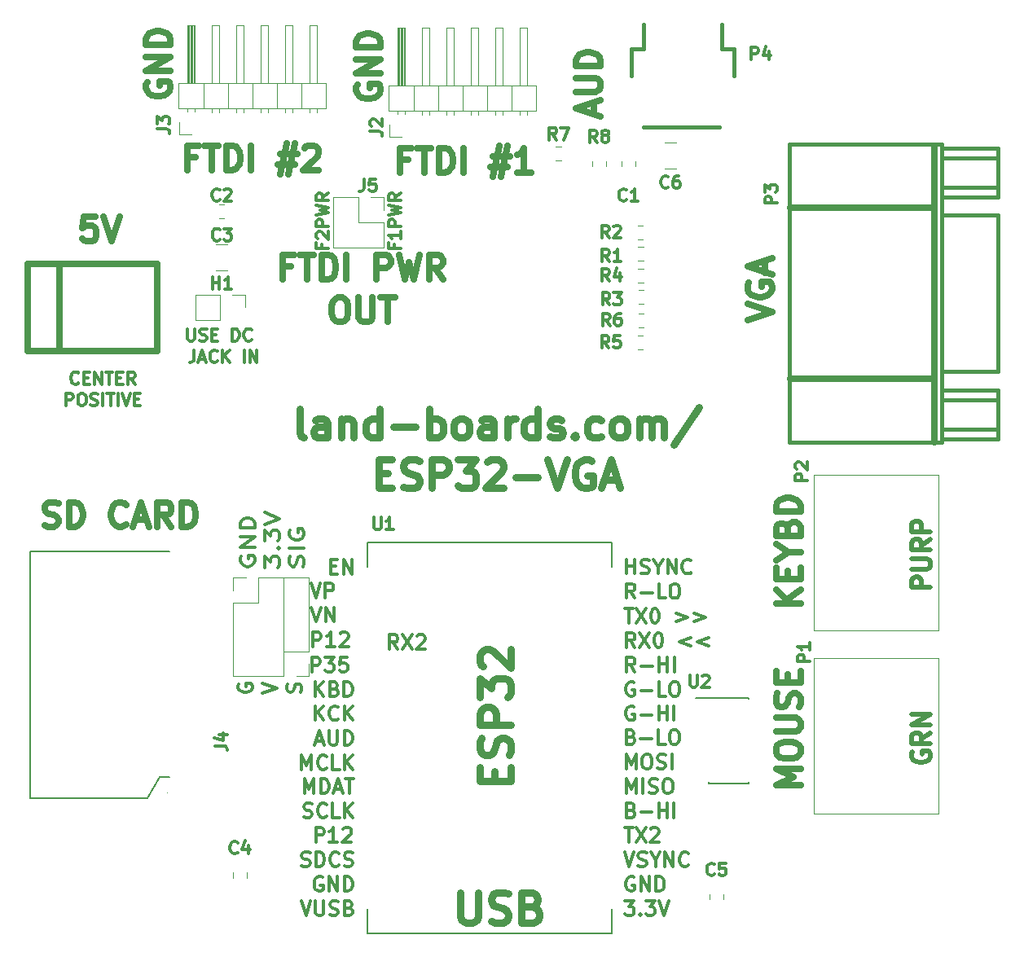
<source format=gbr>
G04 #@! TF.GenerationSoftware,KiCad,Pcbnew,(5.1.5)-3*
G04 #@! TF.CreationDate,2021-03-10T17:54:12-05:00*
G04 #@! TF.ProjectId,ESP32-VGA,45535033-322d-4564-9741-2e6b69636164,2*
G04 #@! TF.SameCoordinates,Original*
G04 #@! TF.FileFunction,Legend,Top*
G04 #@! TF.FilePolarity,Positive*
%FSLAX46Y46*%
G04 Gerber Fmt 4.6, Leading zero omitted, Abs format (unit mm)*
G04 Created by KiCad (PCBNEW (5.1.5)-3) date 2021-03-10 17:54:12*
%MOMM*%
%LPD*%
G04 APERTURE LIST*
%ADD10C,0.635000*%
%ADD11C,0.317500*%
%ADD12C,0.300000*%
%ADD13C,0.476250*%
%ADD14C,0.793750*%
%ADD15C,0.750000*%
%ADD16C,0.120000*%
%ADD17C,0.150000*%
%ADD18C,0.650000*%
%ADD19C,0.381000*%
%ADD20C,0.010000*%
G04 APERTURE END LIST*
D10*
X37519428Y-35569071D02*
X36672761Y-35569071D01*
X36672761Y-36899547D02*
X36672761Y-34359547D01*
X37882285Y-34359547D01*
X38487047Y-34359547D02*
X39938476Y-34359547D01*
X39212761Y-36899547D02*
X39212761Y-34359547D01*
X40785142Y-36899547D02*
X40785142Y-34359547D01*
X41389904Y-34359547D01*
X41752761Y-34480500D01*
X41994666Y-34722404D01*
X42115619Y-34964309D01*
X42236571Y-35448119D01*
X42236571Y-35810976D01*
X42115619Y-36294785D01*
X41994666Y-36536690D01*
X41752761Y-36778595D01*
X41389904Y-36899547D01*
X40785142Y-36899547D01*
X43325142Y-36899547D02*
X43325142Y-34359547D01*
X46469904Y-36899547D02*
X46469904Y-34359547D01*
X47437523Y-34359547D01*
X47679428Y-34480500D01*
X47800380Y-34601452D01*
X47921333Y-34843357D01*
X47921333Y-35206214D01*
X47800380Y-35448119D01*
X47679428Y-35569071D01*
X47437523Y-35690023D01*
X46469904Y-35690023D01*
X48768000Y-34359547D02*
X49372761Y-36899547D01*
X49856571Y-35085261D01*
X50340380Y-36899547D01*
X50945142Y-34359547D01*
X53364190Y-36899547D02*
X52517523Y-35690023D01*
X51912761Y-36899547D02*
X51912761Y-34359547D01*
X52880380Y-34359547D01*
X53122285Y-34480500D01*
X53243238Y-34601452D01*
X53364190Y-34843357D01*
X53364190Y-35206214D01*
X53243238Y-35448119D01*
X53122285Y-35569071D01*
X52880380Y-35690023D01*
X51912761Y-35690023D01*
X42418000Y-38804547D02*
X42901809Y-38804547D01*
X43143714Y-38925500D01*
X43385619Y-39167404D01*
X43506571Y-39651214D01*
X43506571Y-40497880D01*
X43385619Y-40981690D01*
X43143714Y-41223595D01*
X42901809Y-41344547D01*
X42418000Y-41344547D01*
X42176095Y-41223595D01*
X41934190Y-40981690D01*
X41813238Y-40497880D01*
X41813238Y-39651214D01*
X41934190Y-39167404D01*
X42176095Y-38925500D01*
X42418000Y-38804547D01*
X44595142Y-38804547D02*
X44595142Y-40860738D01*
X44716095Y-41102642D01*
X44837047Y-41223595D01*
X45078952Y-41344547D01*
X45562761Y-41344547D01*
X45804666Y-41223595D01*
X45925619Y-41102642D01*
X46046571Y-40860738D01*
X46046571Y-38804547D01*
X46893238Y-38804547D02*
X48344666Y-38804547D01*
X47618952Y-41344547D02*
X47618952Y-38804547D01*
D11*
X40803285Y-33280047D02*
X40803285Y-33703380D01*
X41468523Y-33703380D02*
X40198523Y-33703380D01*
X40198523Y-33098619D01*
X40319476Y-32675285D02*
X40259000Y-32614809D01*
X40198523Y-32493857D01*
X40198523Y-32191476D01*
X40259000Y-32070523D01*
X40319476Y-32010047D01*
X40440428Y-31949571D01*
X40561380Y-31949571D01*
X40742809Y-32010047D01*
X41468523Y-32735761D01*
X41468523Y-31949571D01*
X41468523Y-31405285D02*
X40198523Y-31405285D01*
X40198523Y-30921476D01*
X40259000Y-30800523D01*
X40319476Y-30740047D01*
X40440428Y-30679571D01*
X40621857Y-30679571D01*
X40742809Y-30740047D01*
X40803285Y-30800523D01*
X40863761Y-30921476D01*
X40863761Y-31405285D01*
X40198523Y-30256238D02*
X41468523Y-29953857D01*
X40561380Y-29711952D01*
X41468523Y-29470047D01*
X40198523Y-29167666D01*
X41468523Y-27958142D02*
X40863761Y-28381476D01*
X41468523Y-28683857D02*
X40198523Y-28683857D01*
X40198523Y-28200047D01*
X40259000Y-28079095D01*
X40319476Y-28018619D01*
X40440428Y-27958142D01*
X40621857Y-27958142D01*
X40742809Y-28018619D01*
X40803285Y-28079095D01*
X40863761Y-28200047D01*
X40863761Y-28683857D01*
X48296285Y-33280047D02*
X48296285Y-33703380D01*
X48961523Y-33703380D02*
X47691523Y-33703380D01*
X47691523Y-33098619D01*
X48961523Y-31949571D02*
X48961523Y-32675285D01*
X48961523Y-32312428D02*
X47691523Y-32312428D01*
X47872952Y-32433380D01*
X47993904Y-32554333D01*
X48054380Y-32675285D01*
X48961523Y-31405285D02*
X47691523Y-31405285D01*
X47691523Y-30921476D01*
X47752000Y-30800523D01*
X47812476Y-30740047D01*
X47933428Y-30679571D01*
X48114857Y-30679571D01*
X48235809Y-30740047D01*
X48296285Y-30800523D01*
X48356761Y-30921476D01*
X48356761Y-31405285D01*
X47691523Y-30256238D02*
X48961523Y-29953857D01*
X48054380Y-29711952D01*
X48961523Y-29470047D01*
X47691523Y-29167666D01*
X48961523Y-27958142D02*
X48356761Y-28381476D01*
X48961523Y-28683857D02*
X47691523Y-28683857D01*
X47691523Y-28200047D01*
X47752000Y-28079095D01*
X47812476Y-28018619D01*
X47933428Y-27958142D01*
X48114857Y-27958142D01*
X48235809Y-28018619D01*
X48296285Y-28079095D01*
X48356761Y-28200047D01*
X48356761Y-28683857D01*
D10*
X85019847Y-41152838D02*
X87559847Y-40306171D01*
X85019847Y-39459504D01*
X85140800Y-37282361D02*
X85019847Y-37524266D01*
X85019847Y-37887123D01*
X85140800Y-38249980D01*
X85382704Y-38491885D01*
X85624609Y-38612838D01*
X86108419Y-38733790D01*
X86471276Y-38733790D01*
X86955085Y-38612838D01*
X87196990Y-38491885D01*
X87438895Y-38249980D01*
X87559847Y-37887123D01*
X87559847Y-37645219D01*
X87438895Y-37282361D01*
X87317942Y-37161409D01*
X86471276Y-37161409D01*
X86471276Y-37645219D01*
X86834133Y-36193790D02*
X86834133Y-34984266D01*
X87559847Y-36435695D02*
X85019847Y-35589028D01*
X87559847Y-34742361D01*
D11*
X26801838Y-42033673D02*
X26801838Y-43061769D01*
X26862314Y-43182721D01*
X26922790Y-43243197D01*
X27043742Y-43303673D01*
X27285647Y-43303673D01*
X27406600Y-43243197D01*
X27467076Y-43182721D01*
X27527552Y-43061769D01*
X27527552Y-42033673D01*
X28071838Y-43243197D02*
X28253266Y-43303673D01*
X28555647Y-43303673D01*
X28676600Y-43243197D01*
X28737076Y-43182721D01*
X28797552Y-43061769D01*
X28797552Y-42940816D01*
X28737076Y-42819864D01*
X28676600Y-42759388D01*
X28555647Y-42698911D01*
X28313742Y-42638435D01*
X28192790Y-42577959D01*
X28132314Y-42517483D01*
X28071838Y-42396530D01*
X28071838Y-42275578D01*
X28132314Y-42154626D01*
X28192790Y-42094150D01*
X28313742Y-42033673D01*
X28616123Y-42033673D01*
X28797552Y-42094150D01*
X29341838Y-42638435D02*
X29765171Y-42638435D01*
X29946600Y-43303673D02*
X29341838Y-43303673D01*
X29341838Y-42033673D01*
X29946600Y-42033673D01*
X31458504Y-43303673D02*
X31458504Y-42033673D01*
X31760885Y-42033673D01*
X31942314Y-42094150D01*
X32063266Y-42215102D01*
X32123742Y-42336054D01*
X32184219Y-42577959D01*
X32184219Y-42759388D01*
X32123742Y-43001292D01*
X32063266Y-43122245D01*
X31942314Y-43243197D01*
X31760885Y-43303673D01*
X31458504Y-43303673D01*
X33454219Y-43182721D02*
X33393742Y-43243197D01*
X33212314Y-43303673D01*
X33091361Y-43303673D01*
X32909933Y-43243197D01*
X32788980Y-43122245D01*
X32728504Y-43001292D01*
X32668028Y-42759388D01*
X32668028Y-42577959D01*
X32728504Y-42336054D01*
X32788980Y-42215102D01*
X32909933Y-42094150D01*
X33091361Y-42033673D01*
X33212314Y-42033673D01*
X33393742Y-42094150D01*
X33454219Y-42154626D01*
X27497314Y-44256173D02*
X27497314Y-45163316D01*
X27436838Y-45344745D01*
X27315885Y-45465697D01*
X27134457Y-45526173D01*
X27013504Y-45526173D01*
X28041600Y-45163316D02*
X28646361Y-45163316D01*
X27920647Y-45526173D02*
X28343980Y-44256173D01*
X28767314Y-45526173D01*
X29916361Y-45405221D02*
X29855885Y-45465697D01*
X29674457Y-45526173D01*
X29553504Y-45526173D01*
X29372076Y-45465697D01*
X29251123Y-45344745D01*
X29190647Y-45223792D01*
X29130171Y-44981888D01*
X29130171Y-44800459D01*
X29190647Y-44558554D01*
X29251123Y-44437602D01*
X29372076Y-44316650D01*
X29553504Y-44256173D01*
X29674457Y-44256173D01*
X29855885Y-44316650D01*
X29916361Y-44377126D01*
X30460647Y-45526173D02*
X30460647Y-44256173D01*
X31186361Y-45526173D02*
X30642076Y-44800459D01*
X31186361Y-44256173D02*
X30460647Y-44981888D01*
X32698266Y-45526173D02*
X32698266Y-44256173D01*
X33303028Y-45526173D02*
X33303028Y-44256173D01*
X34028742Y-45526173D01*
X34028742Y-44256173D01*
X15468600Y-47678521D02*
X15408123Y-47738997D01*
X15226695Y-47799473D01*
X15105742Y-47799473D01*
X14924314Y-47738997D01*
X14803361Y-47618045D01*
X14742885Y-47497092D01*
X14682409Y-47255188D01*
X14682409Y-47073759D01*
X14742885Y-46831854D01*
X14803361Y-46710902D01*
X14924314Y-46589950D01*
X15105742Y-46529473D01*
X15226695Y-46529473D01*
X15408123Y-46589950D01*
X15468600Y-46650426D01*
X16012885Y-47134235D02*
X16436219Y-47134235D01*
X16617647Y-47799473D02*
X16012885Y-47799473D01*
X16012885Y-46529473D01*
X16617647Y-46529473D01*
X17161933Y-47799473D02*
X17161933Y-46529473D01*
X17887647Y-47799473D01*
X17887647Y-46529473D01*
X18310980Y-46529473D02*
X19036695Y-46529473D01*
X18673838Y-47799473D02*
X18673838Y-46529473D01*
X19460028Y-47134235D02*
X19883361Y-47134235D01*
X20064790Y-47799473D02*
X19460028Y-47799473D01*
X19460028Y-46529473D01*
X20064790Y-46529473D01*
X21334790Y-47799473D02*
X20911457Y-47194711D01*
X20609076Y-47799473D02*
X20609076Y-46529473D01*
X21092885Y-46529473D01*
X21213838Y-46589950D01*
X21274314Y-46650426D01*
X21334790Y-46771378D01*
X21334790Y-46952807D01*
X21274314Y-47073759D01*
X21213838Y-47134235D01*
X21092885Y-47194711D01*
X20609076Y-47194711D01*
X14198600Y-50021973D02*
X14198600Y-48751973D01*
X14682409Y-48751973D01*
X14803361Y-48812450D01*
X14863838Y-48872926D01*
X14924314Y-48993878D01*
X14924314Y-49175307D01*
X14863838Y-49296259D01*
X14803361Y-49356735D01*
X14682409Y-49417211D01*
X14198600Y-49417211D01*
X15710504Y-48751973D02*
X15952409Y-48751973D01*
X16073361Y-48812450D01*
X16194314Y-48933402D01*
X16254790Y-49175307D01*
X16254790Y-49598640D01*
X16194314Y-49840545D01*
X16073361Y-49961497D01*
X15952409Y-50021973D01*
X15710504Y-50021973D01*
X15589552Y-49961497D01*
X15468600Y-49840545D01*
X15408123Y-49598640D01*
X15408123Y-49175307D01*
X15468600Y-48933402D01*
X15589552Y-48812450D01*
X15710504Y-48751973D01*
X16738600Y-49961497D02*
X16920028Y-50021973D01*
X17222409Y-50021973D01*
X17343361Y-49961497D01*
X17403838Y-49901021D01*
X17464314Y-49780069D01*
X17464314Y-49659116D01*
X17403838Y-49538164D01*
X17343361Y-49477688D01*
X17222409Y-49417211D01*
X16980504Y-49356735D01*
X16859552Y-49296259D01*
X16799076Y-49235783D01*
X16738600Y-49114830D01*
X16738600Y-48993878D01*
X16799076Y-48872926D01*
X16859552Y-48812450D01*
X16980504Y-48751973D01*
X17282885Y-48751973D01*
X17464314Y-48812450D01*
X18008600Y-50021973D02*
X18008600Y-48751973D01*
X18431933Y-48751973D02*
X19157647Y-48751973D01*
X18794790Y-50021973D02*
X18794790Y-48751973D01*
X19580980Y-50021973D02*
X19580980Y-48751973D01*
X20004314Y-48751973D02*
X20427647Y-50021973D01*
X20850980Y-48751973D01*
X21274314Y-49356735D02*
X21697647Y-49356735D01*
X21879076Y-50021973D02*
X21274314Y-50021973D01*
X21274314Y-48751973D01*
X21879076Y-48751973D01*
D10*
X17219990Y-30384447D02*
X16010466Y-30384447D01*
X15889514Y-31593971D01*
X16010466Y-31473019D01*
X16252371Y-31352066D01*
X16857133Y-31352066D01*
X17099038Y-31473019D01*
X17219990Y-31593971D01*
X17340942Y-31835876D01*
X17340942Y-32440638D01*
X17219990Y-32682542D01*
X17099038Y-32803495D01*
X16857133Y-32924447D01*
X16252371Y-32924447D01*
X16010466Y-32803495D01*
X15889514Y-32682542D01*
X18066657Y-30384447D02*
X18913323Y-32924447D01*
X19759990Y-30384447D01*
D12*
X40128000Y-95395171D02*
X40128000Y-93895171D01*
X40699428Y-93895171D01*
X40842285Y-93966600D01*
X40913714Y-94038028D01*
X40985142Y-94180885D01*
X40985142Y-94395171D01*
X40913714Y-94538028D01*
X40842285Y-94609457D01*
X40699428Y-94680885D01*
X40128000Y-94680885D01*
X42413714Y-95395171D02*
X41556571Y-95395171D01*
X41985142Y-95395171D02*
X41985142Y-93895171D01*
X41842285Y-94109457D01*
X41699428Y-94252314D01*
X41556571Y-94323742D01*
X42985142Y-94038028D02*
X43056571Y-93966600D01*
X43199428Y-93895171D01*
X43556571Y-93895171D01*
X43699428Y-93966600D01*
X43770857Y-94038028D01*
X43842285Y-94180885D01*
X43842285Y-94323742D01*
X43770857Y-94538028D01*
X42913714Y-95395171D01*
X43842285Y-95395171D01*
D13*
X102171500Y-86033428D02*
X102080785Y-86214857D01*
X102080785Y-86487000D01*
X102171500Y-86759142D01*
X102352928Y-86940571D01*
X102534357Y-87031285D01*
X102897214Y-87122000D01*
X103169357Y-87122000D01*
X103532214Y-87031285D01*
X103713642Y-86940571D01*
X103895071Y-86759142D01*
X103985785Y-86487000D01*
X103985785Y-86305571D01*
X103895071Y-86033428D01*
X103804357Y-85942714D01*
X103169357Y-85942714D01*
X103169357Y-86305571D01*
X103985785Y-84037714D02*
X103078642Y-84672714D01*
X103985785Y-85126285D02*
X102080785Y-85126285D01*
X102080785Y-84400571D01*
X102171500Y-84219142D01*
X102262214Y-84128428D01*
X102443642Y-84037714D01*
X102715785Y-84037714D01*
X102897214Y-84128428D01*
X102987928Y-84219142D01*
X103078642Y-84400571D01*
X103078642Y-85126285D01*
X103985785Y-83221285D02*
X102080785Y-83221285D01*
X103985785Y-82132714D01*
X102080785Y-82132714D01*
X103985785Y-68933785D02*
X102080785Y-68933785D01*
X102080785Y-68208071D01*
X102171500Y-68026642D01*
X102262214Y-67935928D01*
X102443642Y-67845214D01*
X102715785Y-67845214D01*
X102897214Y-67935928D01*
X102987928Y-68026642D01*
X103078642Y-68208071D01*
X103078642Y-68933785D01*
X102080785Y-67028785D02*
X103622928Y-67028785D01*
X103804357Y-66938071D01*
X103895071Y-66847357D01*
X103985785Y-66665928D01*
X103985785Y-66303071D01*
X103895071Y-66121642D01*
X103804357Y-66030928D01*
X103622928Y-65940214D01*
X102080785Y-65940214D01*
X103985785Y-63944500D02*
X103078642Y-64579500D01*
X103985785Y-65033071D02*
X102080785Y-65033071D01*
X102080785Y-64307357D01*
X102171500Y-64125928D01*
X102262214Y-64035214D01*
X102443642Y-63944500D01*
X102715785Y-63944500D01*
X102897214Y-64035214D01*
X102987928Y-64125928D01*
X103078642Y-64307357D01*
X103078642Y-65033071D01*
X103985785Y-63128071D02*
X102080785Y-63128071D01*
X102080785Y-62402357D01*
X102171500Y-62220928D01*
X102262214Y-62130214D01*
X102443642Y-62039500D01*
X102715785Y-62039500D01*
X102897214Y-62130214D01*
X102987928Y-62220928D01*
X103078642Y-62402357D01*
X103078642Y-63128071D01*
D10*
X11950095Y-62496095D02*
X12312952Y-62617047D01*
X12917714Y-62617047D01*
X13159619Y-62496095D01*
X13280571Y-62375142D01*
X13401523Y-62133238D01*
X13401523Y-61891333D01*
X13280571Y-61649428D01*
X13159619Y-61528476D01*
X12917714Y-61407523D01*
X12433904Y-61286571D01*
X12192000Y-61165619D01*
X12071047Y-61044666D01*
X11950095Y-60802761D01*
X11950095Y-60560857D01*
X12071047Y-60318952D01*
X12192000Y-60198000D01*
X12433904Y-60077047D01*
X13038666Y-60077047D01*
X13401523Y-60198000D01*
X14490095Y-62617047D02*
X14490095Y-60077047D01*
X15094857Y-60077047D01*
X15457714Y-60198000D01*
X15699619Y-60439904D01*
X15820571Y-60681809D01*
X15941523Y-61165619D01*
X15941523Y-61528476D01*
X15820571Y-62012285D01*
X15699619Y-62254190D01*
X15457714Y-62496095D01*
X15094857Y-62617047D01*
X14490095Y-62617047D01*
X20416761Y-62375142D02*
X20295809Y-62496095D01*
X19932952Y-62617047D01*
X19691047Y-62617047D01*
X19328190Y-62496095D01*
X19086285Y-62254190D01*
X18965333Y-62012285D01*
X18844380Y-61528476D01*
X18844380Y-61165619D01*
X18965333Y-60681809D01*
X19086285Y-60439904D01*
X19328190Y-60198000D01*
X19691047Y-60077047D01*
X19932952Y-60077047D01*
X20295809Y-60198000D01*
X20416761Y-60318952D01*
X21384380Y-61891333D02*
X22593904Y-61891333D01*
X21142476Y-62617047D02*
X21989142Y-60077047D01*
X22835809Y-62617047D01*
X25133904Y-62617047D02*
X24287238Y-61407523D01*
X23682476Y-62617047D02*
X23682476Y-60077047D01*
X24650095Y-60077047D01*
X24892000Y-60198000D01*
X25012952Y-60318952D01*
X25133904Y-60560857D01*
X25133904Y-60923714D01*
X25012952Y-61165619D01*
X24892000Y-61286571D01*
X24650095Y-61407523D01*
X23682476Y-61407523D01*
X26222476Y-62617047D02*
X26222476Y-60077047D01*
X26827238Y-60077047D01*
X27190095Y-60198000D01*
X27432000Y-60439904D01*
X27552952Y-60681809D01*
X27673904Y-61165619D01*
X27673904Y-61528476D01*
X27552952Y-62012285D01*
X27432000Y-62254190D01*
X27190095Y-62496095D01*
X26827238Y-62617047D01*
X26222476Y-62617047D01*
D12*
X40826428Y-99072000D02*
X40683571Y-99000571D01*
X40469285Y-99000571D01*
X40255000Y-99072000D01*
X40112142Y-99214857D01*
X40040714Y-99357714D01*
X39969285Y-99643428D01*
X39969285Y-99857714D01*
X40040714Y-100143428D01*
X40112142Y-100286285D01*
X40255000Y-100429142D01*
X40469285Y-100500571D01*
X40612142Y-100500571D01*
X40826428Y-100429142D01*
X40897857Y-100357714D01*
X40897857Y-99857714D01*
X40612142Y-99857714D01*
X41540714Y-100500571D02*
X41540714Y-99000571D01*
X42397857Y-100500571D01*
X42397857Y-99000571D01*
X43112142Y-100500571D02*
X43112142Y-99000571D01*
X43469285Y-99000571D01*
X43683571Y-99072000D01*
X43826428Y-99214857D01*
X43897857Y-99357714D01*
X43969285Y-99643428D01*
X43969285Y-99857714D01*
X43897857Y-100143428D01*
X43826428Y-100286285D01*
X43683571Y-100429142D01*
X43469285Y-100500571D01*
X43112142Y-100500571D01*
D10*
X44450000Y-16667238D02*
X44329047Y-16909142D01*
X44329047Y-17272000D01*
X44450000Y-17634857D01*
X44691904Y-17876761D01*
X44933809Y-17997714D01*
X45417619Y-18118666D01*
X45780476Y-18118666D01*
X46264285Y-17997714D01*
X46506190Y-17876761D01*
X46748095Y-17634857D01*
X46869047Y-17272000D01*
X46869047Y-17030095D01*
X46748095Y-16667238D01*
X46627142Y-16546285D01*
X45780476Y-16546285D01*
X45780476Y-17030095D01*
X46869047Y-15457714D02*
X44329047Y-15457714D01*
X46869047Y-14006285D01*
X44329047Y-14006285D01*
X46869047Y-12796761D02*
X44329047Y-12796761D01*
X44329047Y-12192000D01*
X44450000Y-11829142D01*
X44691904Y-11587238D01*
X44933809Y-11466285D01*
X45417619Y-11345333D01*
X45780476Y-11345333D01*
X46264285Y-11466285D01*
X46506190Y-11587238D01*
X46748095Y-11829142D01*
X46869047Y-12192000D01*
X46869047Y-12796761D01*
X22606000Y-16413238D02*
X22485047Y-16655142D01*
X22485047Y-17018000D01*
X22606000Y-17380857D01*
X22847904Y-17622761D01*
X23089809Y-17743714D01*
X23573619Y-17864666D01*
X23936476Y-17864666D01*
X24420285Y-17743714D01*
X24662190Y-17622761D01*
X24904095Y-17380857D01*
X25025047Y-17018000D01*
X25025047Y-16776095D01*
X24904095Y-16413238D01*
X24783142Y-16292285D01*
X23936476Y-16292285D01*
X23936476Y-16776095D01*
X25025047Y-15203714D02*
X22485047Y-15203714D01*
X25025047Y-13752285D01*
X22485047Y-13752285D01*
X25025047Y-12542761D02*
X22485047Y-12542761D01*
X22485047Y-11938000D01*
X22606000Y-11575142D01*
X22847904Y-11333238D01*
X23089809Y-11212285D01*
X23573619Y-11091333D01*
X23936476Y-11091333D01*
X24420285Y-11212285D01*
X24662190Y-11333238D01*
X24904095Y-11575142D01*
X25025047Y-11938000D01*
X25025047Y-12542761D01*
X69003333Y-19715238D02*
X69003333Y-18505714D01*
X69729047Y-19957142D02*
X67189047Y-19110476D01*
X69729047Y-18263809D01*
X67189047Y-17417142D02*
X69245238Y-17417142D01*
X69487142Y-17296190D01*
X69608095Y-17175238D01*
X69729047Y-16933333D01*
X69729047Y-16449523D01*
X69608095Y-16207619D01*
X69487142Y-16086666D01*
X69245238Y-15965714D01*
X67189047Y-15965714D01*
X69729047Y-14756190D02*
X67189047Y-14756190D01*
X67189047Y-14151428D01*
X67310000Y-13788571D01*
X67551904Y-13546666D01*
X67793809Y-13425714D01*
X68277619Y-13304761D01*
X68640476Y-13304761D01*
X69124285Y-13425714D01*
X69366190Y-13546666D01*
X69608095Y-13788571D01*
X69729047Y-14151428D01*
X69729047Y-14756190D01*
X90506247Y-70619257D02*
X87966247Y-70619257D01*
X90506247Y-69167828D02*
X89054819Y-70256400D01*
X87966247Y-69167828D02*
X89417676Y-70619257D01*
X89175771Y-68079257D02*
X89175771Y-67232590D01*
X90506247Y-66869733D02*
X90506247Y-68079257D01*
X87966247Y-68079257D01*
X87966247Y-66869733D01*
X89296723Y-65297352D02*
X90506247Y-65297352D01*
X87966247Y-66144019D02*
X89296723Y-65297352D01*
X87966247Y-64450685D01*
X89175771Y-62757352D02*
X89296723Y-62394495D01*
X89417676Y-62273542D01*
X89659580Y-62152590D01*
X90022438Y-62152590D01*
X90264342Y-62273542D01*
X90385295Y-62394495D01*
X90506247Y-62636400D01*
X90506247Y-63604019D01*
X87966247Y-63604019D01*
X87966247Y-62757352D01*
X88087200Y-62515447D01*
X88208152Y-62394495D01*
X88450057Y-62273542D01*
X88691961Y-62273542D01*
X88933866Y-62394495D01*
X89054819Y-62515447D01*
X89175771Y-62757352D01*
X89175771Y-63604019D01*
X90506247Y-61064019D02*
X87966247Y-61064019D01*
X87966247Y-60459257D01*
X88087200Y-60096400D01*
X88329104Y-59854495D01*
X88571009Y-59733542D01*
X89054819Y-59612590D01*
X89417676Y-59612590D01*
X89901485Y-59733542D01*
X90143390Y-59854495D01*
X90385295Y-60096400D01*
X90506247Y-60459257D01*
X90506247Y-61064019D01*
X90506247Y-89482990D02*
X87966247Y-89482990D01*
X89780533Y-88636323D01*
X87966247Y-87789657D01*
X90506247Y-87789657D01*
X87966247Y-86096323D02*
X87966247Y-85612514D01*
X88087200Y-85370609D01*
X88329104Y-85128704D01*
X88812914Y-85007752D01*
X89659580Y-85007752D01*
X90143390Y-85128704D01*
X90385295Y-85370609D01*
X90506247Y-85612514D01*
X90506247Y-86096323D01*
X90385295Y-86338228D01*
X90143390Y-86580133D01*
X89659580Y-86701085D01*
X88812914Y-86701085D01*
X88329104Y-86580133D01*
X88087200Y-86338228D01*
X87966247Y-86096323D01*
X87966247Y-83919180D02*
X90022438Y-83919180D01*
X90264342Y-83798228D01*
X90385295Y-83677276D01*
X90506247Y-83435371D01*
X90506247Y-82951561D01*
X90385295Y-82709657D01*
X90264342Y-82588704D01*
X90022438Y-82467752D01*
X87966247Y-82467752D01*
X90385295Y-81379180D02*
X90506247Y-81016323D01*
X90506247Y-80411561D01*
X90385295Y-80169657D01*
X90264342Y-80048704D01*
X90022438Y-79927752D01*
X89780533Y-79927752D01*
X89538628Y-80048704D01*
X89417676Y-80169657D01*
X89296723Y-80411561D01*
X89175771Y-80895371D01*
X89054819Y-81137276D01*
X88933866Y-81258228D01*
X88691961Y-81379180D01*
X88450057Y-81379180D01*
X88208152Y-81258228D01*
X88087200Y-81137276D01*
X87966247Y-80895371D01*
X87966247Y-80290609D01*
X88087200Y-79927752D01*
X89175771Y-78839180D02*
X89175771Y-77992514D01*
X90506247Y-77629657D02*
X90506247Y-78839180D01*
X87966247Y-78839180D01*
X87966247Y-77629657D01*
D12*
X32387000Y-65663571D02*
X32315571Y-65845000D01*
X32315571Y-66117142D01*
X32387000Y-66389285D01*
X32529857Y-66570714D01*
X32672714Y-66661428D01*
X32958428Y-66752142D01*
X33172714Y-66752142D01*
X33458428Y-66661428D01*
X33601285Y-66570714D01*
X33744142Y-66389285D01*
X33815571Y-66117142D01*
X33815571Y-65935714D01*
X33744142Y-65663571D01*
X33672714Y-65572857D01*
X33172714Y-65572857D01*
X33172714Y-65935714D01*
X33815571Y-64756428D02*
X32315571Y-64756428D01*
X33815571Y-63667857D01*
X32315571Y-63667857D01*
X33815571Y-62760714D02*
X32315571Y-62760714D01*
X32315571Y-62307142D01*
X32387000Y-62035000D01*
X32529857Y-61853571D01*
X32672714Y-61762857D01*
X32958428Y-61672142D01*
X33172714Y-61672142D01*
X33458428Y-61762857D01*
X33601285Y-61853571D01*
X33744142Y-62035000D01*
X33815571Y-62307142D01*
X33815571Y-62760714D01*
X34865571Y-66842857D02*
X34865571Y-65663571D01*
X35437000Y-66298571D01*
X35437000Y-66026428D01*
X35508428Y-65845000D01*
X35579857Y-65754285D01*
X35722714Y-65663571D01*
X36079857Y-65663571D01*
X36222714Y-65754285D01*
X36294142Y-65845000D01*
X36365571Y-66026428D01*
X36365571Y-66570714D01*
X36294142Y-66752142D01*
X36222714Y-66842857D01*
X36222714Y-64847142D02*
X36294142Y-64756428D01*
X36365571Y-64847142D01*
X36294142Y-64937857D01*
X36222714Y-64847142D01*
X36365571Y-64847142D01*
X34865571Y-64121428D02*
X34865571Y-62942142D01*
X35437000Y-63577142D01*
X35437000Y-63305000D01*
X35508428Y-63123571D01*
X35579857Y-63032857D01*
X35722714Y-62942142D01*
X36079857Y-62942142D01*
X36222714Y-63032857D01*
X36294142Y-63123571D01*
X36365571Y-63305000D01*
X36365571Y-63849285D01*
X36294142Y-64030714D01*
X36222714Y-64121428D01*
X34865571Y-62397857D02*
X36365571Y-61762857D01*
X34865571Y-61127857D01*
X38844142Y-66752142D02*
X38915571Y-66480000D01*
X38915571Y-66026428D01*
X38844142Y-65845000D01*
X38772714Y-65754285D01*
X38629857Y-65663571D01*
X38487000Y-65663571D01*
X38344142Y-65754285D01*
X38272714Y-65845000D01*
X38201285Y-66026428D01*
X38129857Y-66389285D01*
X38058428Y-66570714D01*
X37987000Y-66661428D01*
X37844142Y-66752142D01*
X37701285Y-66752142D01*
X37558428Y-66661428D01*
X37487000Y-66570714D01*
X37415571Y-66389285D01*
X37415571Y-65935714D01*
X37487000Y-65663571D01*
X38915571Y-64847142D02*
X37415571Y-64847142D01*
X37487000Y-62942142D02*
X37415571Y-63123571D01*
X37415571Y-63395714D01*
X37487000Y-63667857D01*
X37629857Y-63849285D01*
X37772714Y-63940000D01*
X38058428Y-64030714D01*
X38272714Y-64030714D01*
X38558428Y-63940000D01*
X38701285Y-63849285D01*
X38844142Y-63667857D01*
X38915571Y-63395714D01*
X38915571Y-63214285D01*
X38844142Y-62942142D01*
X38772714Y-62851428D01*
X38272714Y-62851428D01*
X38272714Y-63214285D01*
D10*
X27601333Y-24202571D02*
X26754666Y-24202571D01*
X26754666Y-25533047D02*
X26754666Y-22993047D01*
X27964190Y-22993047D01*
X28568952Y-22993047D02*
X30020380Y-22993047D01*
X29294666Y-25533047D02*
X29294666Y-22993047D01*
X30867047Y-25533047D02*
X30867047Y-22993047D01*
X31471809Y-22993047D01*
X31834666Y-23114000D01*
X32076571Y-23355904D01*
X32197523Y-23597809D01*
X32318476Y-24081619D01*
X32318476Y-24444476D01*
X32197523Y-24928285D01*
X32076571Y-25170190D01*
X31834666Y-25412095D01*
X31471809Y-25533047D01*
X30867047Y-25533047D01*
X33407047Y-25533047D02*
X33407047Y-22993047D01*
X36430857Y-23839714D02*
X38245142Y-23839714D01*
X37156571Y-22751142D02*
X36430857Y-26016857D01*
X38003238Y-24928285D02*
X36188952Y-24928285D01*
X37277523Y-26016857D02*
X38003238Y-22751142D01*
X38970857Y-23234952D02*
X39091809Y-23114000D01*
X39333714Y-22993047D01*
X39938476Y-22993047D01*
X40180380Y-23114000D01*
X40301333Y-23234952D01*
X40422285Y-23476857D01*
X40422285Y-23718761D01*
X40301333Y-24081619D01*
X38849904Y-25533047D01*
X40422285Y-25533047D01*
D12*
X38612142Y-101540571D02*
X39112142Y-103040571D01*
X39612142Y-101540571D01*
X40112142Y-101540571D02*
X40112142Y-102754857D01*
X40183571Y-102897714D01*
X40255000Y-102969142D01*
X40397857Y-103040571D01*
X40683571Y-103040571D01*
X40826428Y-102969142D01*
X40897857Y-102897714D01*
X40969285Y-102754857D01*
X40969285Y-101540571D01*
X41612142Y-102969142D02*
X41826428Y-103040571D01*
X42183571Y-103040571D01*
X42326428Y-102969142D01*
X42397857Y-102897714D01*
X42469285Y-102754857D01*
X42469285Y-102612000D01*
X42397857Y-102469142D01*
X42326428Y-102397714D01*
X42183571Y-102326285D01*
X41897857Y-102254857D01*
X41755000Y-102183428D01*
X41683571Y-102112000D01*
X41612142Y-101969142D01*
X41612142Y-101826285D01*
X41683571Y-101683428D01*
X41755000Y-101612000D01*
X41897857Y-101540571D01*
X42255000Y-101540571D01*
X42469285Y-101612000D01*
X43612142Y-102254857D02*
X43826428Y-102326285D01*
X43897857Y-102397714D01*
X43969285Y-102540571D01*
X43969285Y-102754857D01*
X43897857Y-102897714D01*
X43826428Y-102969142D01*
X43683571Y-103040571D01*
X43112142Y-103040571D01*
X43112142Y-101540571D01*
X43612142Y-101540571D01*
X43755000Y-101612000D01*
X43826428Y-101683428D01*
X43897857Y-101826285D01*
X43897857Y-101969142D01*
X43826428Y-102112000D01*
X43755000Y-102183428D01*
X43612142Y-102254857D01*
X43112142Y-102254857D01*
X41683571Y-66745657D02*
X42183571Y-66745657D01*
X42397857Y-67531371D02*
X41683571Y-67531371D01*
X41683571Y-66031371D01*
X42397857Y-66031371D01*
X43040714Y-67531371D02*
X43040714Y-66031371D01*
X43897857Y-67531371D01*
X43897857Y-66031371D01*
X39630942Y-68495171D02*
X40130942Y-69995171D01*
X40630942Y-68495171D01*
X41130942Y-69995171D02*
X41130942Y-68495171D01*
X41702371Y-68495171D01*
X41845228Y-68566600D01*
X41916657Y-68638028D01*
X41988085Y-68780885D01*
X41988085Y-68995171D01*
X41916657Y-69138028D01*
X41845228Y-69209457D01*
X41702371Y-69280885D01*
X41130942Y-69280885D01*
X39661114Y-70984371D02*
X40161114Y-72484371D01*
X40661114Y-70984371D01*
X41161114Y-72484371D02*
X41161114Y-70984371D01*
X42018257Y-72484371D01*
X42018257Y-70984371D01*
X38580142Y-79803571D02*
X38651571Y-79589285D01*
X38651571Y-79232142D01*
X38580142Y-79089285D01*
X38508714Y-79017857D01*
X38365857Y-78946428D01*
X38223000Y-78946428D01*
X38080142Y-79017857D01*
X38008714Y-79089285D01*
X37937285Y-79232142D01*
X37865857Y-79517857D01*
X37794428Y-79660714D01*
X37723000Y-79732142D01*
X37580142Y-79803571D01*
X37437285Y-79803571D01*
X37294428Y-79732142D01*
X37223000Y-79660714D01*
X37151571Y-79517857D01*
X37151571Y-79160714D01*
X37223000Y-78946428D01*
X32143000Y-78982142D02*
X32071571Y-79125000D01*
X32071571Y-79339285D01*
X32143000Y-79553571D01*
X32285857Y-79696428D01*
X32428714Y-79767857D01*
X32714428Y-79839285D01*
X32928714Y-79839285D01*
X33214428Y-79767857D01*
X33357285Y-79696428D01*
X33500142Y-79553571D01*
X33571571Y-79339285D01*
X33571571Y-79196428D01*
X33500142Y-78982142D01*
X33428714Y-78910714D01*
X32928714Y-78910714D01*
X32928714Y-79196428D01*
X34611571Y-79875000D02*
X36111571Y-79375000D01*
X34611571Y-78875000D01*
X38683571Y-97863742D02*
X38897857Y-97935171D01*
X39255000Y-97935171D01*
X39397857Y-97863742D01*
X39469285Y-97792314D01*
X39540714Y-97649457D01*
X39540714Y-97506600D01*
X39469285Y-97363742D01*
X39397857Y-97292314D01*
X39255000Y-97220885D01*
X38969285Y-97149457D01*
X38826428Y-97078028D01*
X38755000Y-97006600D01*
X38683571Y-96863742D01*
X38683571Y-96720885D01*
X38755000Y-96578028D01*
X38826428Y-96506600D01*
X38969285Y-96435171D01*
X39326428Y-96435171D01*
X39540714Y-96506600D01*
X40183571Y-97935171D02*
X40183571Y-96435171D01*
X40540714Y-96435171D01*
X40755000Y-96506600D01*
X40897857Y-96649457D01*
X40969285Y-96792314D01*
X41040714Y-97078028D01*
X41040714Y-97292314D01*
X40969285Y-97578028D01*
X40897857Y-97720885D01*
X40755000Y-97863742D01*
X40540714Y-97935171D01*
X40183571Y-97935171D01*
X42540714Y-97792314D02*
X42469285Y-97863742D01*
X42255000Y-97935171D01*
X42112142Y-97935171D01*
X41897857Y-97863742D01*
X41755000Y-97720885D01*
X41683571Y-97578028D01*
X41612142Y-97292314D01*
X41612142Y-97078028D01*
X41683571Y-96792314D01*
X41755000Y-96649457D01*
X41897857Y-96506600D01*
X42112142Y-96435171D01*
X42255000Y-96435171D01*
X42469285Y-96506600D01*
X42540714Y-96578028D01*
X43112142Y-97863742D02*
X43326428Y-97935171D01*
X43683571Y-97935171D01*
X43826428Y-97863742D01*
X43897857Y-97792314D01*
X43969285Y-97649457D01*
X43969285Y-97506600D01*
X43897857Y-97363742D01*
X43826428Y-97292314D01*
X43683571Y-97220885D01*
X43397857Y-97149457D01*
X43255000Y-97078028D01*
X43183571Y-97006600D01*
X43112142Y-96863742D01*
X43112142Y-96720885D01*
X43183571Y-96578028D01*
X43255000Y-96506600D01*
X43397857Y-96435171D01*
X43755000Y-96435171D01*
X43969285Y-96506600D01*
X39823200Y-75100571D02*
X39823200Y-73600571D01*
X40394628Y-73600571D01*
X40537485Y-73672000D01*
X40608914Y-73743428D01*
X40680342Y-73886285D01*
X40680342Y-74100571D01*
X40608914Y-74243428D01*
X40537485Y-74314857D01*
X40394628Y-74386285D01*
X39823200Y-74386285D01*
X42108914Y-75100571D02*
X41251771Y-75100571D01*
X41680342Y-75100571D02*
X41680342Y-73600571D01*
X41537485Y-73814857D01*
X41394628Y-73957714D01*
X41251771Y-74029142D01*
X42680342Y-73743428D02*
X42751771Y-73672000D01*
X42894628Y-73600571D01*
X43251771Y-73600571D01*
X43394628Y-73672000D01*
X43466057Y-73743428D01*
X43537485Y-73886285D01*
X43537485Y-74029142D01*
X43466057Y-74243428D01*
X42608914Y-75100571D01*
X43537485Y-75100571D01*
X38897857Y-92783742D02*
X39112142Y-92855171D01*
X39469285Y-92855171D01*
X39612142Y-92783742D01*
X39683571Y-92712314D01*
X39755000Y-92569457D01*
X39755000Y-92426600D01*
X39683571Y-92283742D01*
X39612142Y-92212314D01*
X39469285Y-92140885D01*
X39183571Y-92069457D01*
X39040714Y-91998028D01*
X38969285Y-91926600D01*
X38897857Y-91783742D01*
X38897857Y-91640885D01*
X38969285Y-91498028D01*
X39040714Y-91426600D01*
X39183571Y-91355171D01*
X39540714Y-91355171D01*
X39755000Y-91426600D01*
X41255000Y-92712314D02*
X41183571Y-92783742D01*
X40969285Y-92855171D01*
X40826428Y-92855171D01*
X40612142Y-92783742D01*
X40469285Y-92640885D01*
X40397857Y-92498028D01*
X40326428Y-92212314D01*
X40326428Y-91998028D01*
X40397857Y-91712314D01*
X40469285Y-91569457D01*
X40612142Y-91426600D01*
X40826428Y-91355171D01*
X40969285Y-91355171D01*
X41183571Y-91426600D01*
X41255000Y-91498028D01*
X42612142Y-92855171D02*
X41897857Y-92855171D01*
X41897857Y-91355171D01*
X43112142Y-92855171D02*
X43112142Y-91355171D01*
X43969285Y-92855171D02*
X43326428Y-91998028D01*
X43969285Y-91355171D02*
X43112142Y-92212314D01*
X38943885Y-90340571D02*
X38943885Y-88840571D01*
X39443885Y-89912000D01*
X39943885Y-88840571D01*
X39943885Y-90340571D01*
X40658171Y-90340571D02*
X40658171Y-88840571D01*
X41015314Y-88840571D01*
X41229600Y-88912000D01*
X41372457Y-89054857D01*
X41443885Y-89197714D01*
X41515314Y-89483428D01*
X41515314Y-89697714D01*
X41443885Y-89983428D01*
X41372457Y-90126285D01*
X41229600Y-90269142D01*
X41015314Y-90340571D01*
X40658171Y-90340571D01*
X42086742Y-89912000D02*
X42801028Y-89912000D01*
X41943885Y-90340571D02*
X42443885Y-88840571D01*
X42943885Y-90340571D01*
X43229600Y-88840571D02*
X44086742Y-88840571D01*
X43658171Y-90340571D02*
X43658171Y-88840571D01*
X38683571Y-87851371D02*
X38683571Y-86351371D01*
X39183571Y-87422800D01*
X39683571Y-86351371D01*
X39683571Y-87851371D01*
X41254999Y-87708514D02*
X41183571Y-87779942D01*
X40969285Y-87851371D01*
X40826428Y-87851371D01*
X40612142Y-87779942D01*
X40469285Y-87637085D01*
X40397857Y-87494228D01*
X40326428Y-87208514D01*
X40326428Y-86994228D01*
X40397857Y-86708514D01*
X40469285Y-86565657D01*
X40612142Y-86422800D01*
X40826428Y-86351371D01*
X40969285Y-86351371D01*
X41183571Y-86422800D01*
X41254999Y-86494228D01*
X42612142Y-87851371D02*
X41897857Y-87851371D01*
X41897857Y-86351371D01*
X43112142Y-87851371D02*
X43112142Y-86351371D01*
X43969285Y-87851371D02*
X43326428Y-86994228D01*
X43969285Y-86351371D02*
X43112142Y-87208514D01*
X40183571Y-84882800D02*
X40897857Y-84882800D01*
X40040714Y-85311371D02*
X40540714Y-83811371D01*
X41040714Y-85311371D01*
X41540714Y-83811371D02*
X41540714Y-85025657D01*
X41612142Y-85168514D01*
X41683571Y-85239942D01*
X41826428Y-85311371D01*
X42112142Y-85311371D01*
X42255000Y-85239942D01*
X42326428Y-85168514D01*
X42397857Y-85025657D01*
X42397857Y-83811371D01*
X43112142Y-85311371D02*
X43112142Y-83811371D01*
X43469285Y-83811371D01*
X43683571Y-83882800D01*
X43826428Y-84025657D01*
X43897857Y-84168514D01*
X43969285Y-84454228D01*
X43969285Y-84668514D01*
X43897857Y-84954228D01*
X43826428Y-85097085D01*
X43683571Y-85239942D01*
X43469285Y-85311371D01*
X43112142Y-85311371D01*
X40112142Y-82745971D02*
X40112142Y-81245971D01*
X40969285Y-82745971D02*
X40326428Y-81888828D01*
X40969285Y-81245971D02*
X40112142Y-82103114D01*
X42469285Y-82603114D02*
X42397857Y-82674542D01*
X42183571Y-82745971D01*
X42040714Y-82745971D01*
X41826428Y-82674542D01*
X41683571Y-82531685D01*
X41612142Y-82388828D01*
X41540714Y-82103114D01*
X41540714Y-81888828D01*
X41612142Y-81603114D01*
X41683571Y-81460257D01*
X41826428Y-81317400D01*
X42040714Y-81245971D01*
X42183571Y-81245971D01*
X42397857Y-81317400D01*
X42469285Y-81388828D01*
X43112142Y-82745971D02*
X43112142Y-81245971D01*
X43969285Y-82745971D02*
X43326428Y-81888828D01*
X43969285Y-81245971D02*
X43112142Y-82103114D01*
X40086742Y-80256771D02*
X40086742Y-78756771D01*
X40943885Y-80256771D02*
X40301028Y-79399628D01*
X40943885Y-78756771D02*
X40086742Y-79613914D01*
X42086742Y-79471057D02*
X42301028Y-79542485D01*
X42372457Y-79613914D01*
X42443885Y-79756771D01*
X42443885Y-79971057D01*
X42372457Y-80113914D01*
X42301028Y-80185342D01*
X42158171Y-80256771D01*
X41586742Y-80256771D01*
X41586742Y-78756771D01*
X42086742Y-78756771D01*
X42229600Y-78828200D01*
X42301028Y-78899628D01*
X42372457Y-79042485D01*
X42372457Y-79185342D01*
X42301028Y-79328200D01*
X42229600Y-79399628D01*
X42086742Y-79471057D01*
X41586742Y-79471057D01*
X43086742Y-80256771D02*
X43086742Y-78756771D01*
X43443885Y-78756771D01*
X43658171Y-78828200D01*
X43801028Y-78971057D01*
X43872457Y-79113914D01*
X43943885Y-79399628D01*
X43943885Y-79613914D01*
X43872457Y-79899628D01*
X43801028Y-80042485D01*
X43658171Y-80185342D01*
X43443885Y-80256771D01*
X43086742Y-80256771D01*
X39747000Y-77716771D02*
X39747000Y-76216771D01*
X40318428Y-76216771D01*
X40461285Y-76288200D01*
X40532714Y-76359628D01*
X40604142Y-76502485D01*
X40604142Y-76716771D01*
X40532714Y-76859628D01*
X40461285Y-76931057D01*
X40318428Y-77002485D01*
X39747000Y-77002485D01*
X41104142Y-76216771D02*
X42032714Y-76216771D01*
X41532714Y-76788200D01*
X41747000Y-76788200D01*
X41889857Y-76859628D01*
X41961285Y-76931057D01*
X42032714Y-77073914D01*
X42032714Y-77431057D01*
X41961285Y-77573914D01*
X41889857Y-77645342D01*
X41747000Y-77716771D01*
X41318428Y-77716771D01*
X41175571Y-77645342D01*
X41104142Y-77573914D01*
X43389857Y-76216771D02*
X42675571Y-76216771D01*
X42604142Y-76931057D01*
X42675571Y-76859628D01*
X42818428Y-76788200D01*
X43175571Y-76788200D01*
X43318428Y-76859628D01*
X43389857Y-76931057D01*
X43461285Y-77073914D01*
X43461285Y-77431057D01*
X43389857Y-77573914D01*
X43318428Y-77645342D01*
X43175571Y-77716771D01*
X42818428Y-77716771D01*
X42675571Y-77645342D01*
X42604142Y-77573914D01*
X48655942Y-75329171D02*
X48155942Y-74614885D01*
X47798800Y-75329171D02*
X47798800Y-73829171D01*
X48370228Y-73829171D01*
X48513085Y-73900600D01*
X48584514Y-73972028D01*
X48655942Y-74114885D01*
X48655942Y-74329171D01*
X48584514Y-74472028D01*
X48513085Y-74543457D01*
X48370228Y-74614885D01*
X47798800Y-74614885D01*
X49155942Y-73829171D02*
X50155942Y-75329171D01*
X50155942Y-73829171D02*
X49155942Y-75329171D01*
X50655942Y-73972028D02*
X50727371Y-73900600D01*
X50870228Y-73829171D01*
X51227371Y-73829171D01*
X51370228Y-73900600D01*
X51441657Y-73972028D01*
X51513085Y-74114885D01*
X51513085Y-74257742D01*
X51441657Y-74472028D01*
X50584514Y-75329171D01*
X51513085Y-75329171D01*
X72219857Y-96460571D02*
X72719857Y-97960571D01*
X73219857Y-96460571D01*
X73648428Y-97889142D02*
X73862714Y-97960571D01*
X74219857Y-97960571D01*
X74362714Y-97889142D01*
X74434142Y-97817714D01*
X74505571Y-97674857D01*
X74505571Y-97532000D01*
X74434142Y-97389142D01*
X74362714Y-97317714D01*
X74219857Y-97246285D01*
X73934142Y-97174857D01*
X73791285Y-97103428D01*
X73719857Y-97032000D01*
X73648428Y-96889142D01*
X73648428Y-96746285D01*
X73719857Y-96603428D01*
X73791285Y-96532000D01*
X73934142Y-96460571D01*
X74291285Y-96460571D01*
X74505571Y-96532000D01*
X75434142Y-97246285D02*
X75434142Y-97960571D01*
X74934142Y-96460571D02*
X75434142Y-97246285D01*
X75934142Y-96460571D01*
X76434142Y-97960571D02*
X76434142Y-96460571D01*
X77291285Y-97960571D01*
X77291285Y-96460571D01*
X78862714Y-97817714D02*
X78791285Y-97889142D01*
X78577000Y-97960571D01*
X78434142Y-97960571D01*
X78219857Y-97889142D01*
X78077000Y-97746285D01*
X78005571Y-97603428D01*
X77934142Y-97317714D01*
X77934142Y-97103428D01*
X78005571Y-96817714D01*
X78077000Y-96674857D01*
X78219857Y-96532000D01*
X78434142Y-96460571D01*
X78577000Y-96460571D01*
X78791285Y-96532000D01*
X78862714Y-96603428D01*
X72219857Y-93920571D02*
X73077000Y-93920571D01*
X72648428Y-95420571D02*
X72648428Y-93920571D01*
X73434142Y-93920571D02*
X74434142Y-95420571D01*
X74434142Y-93920571D02*
X73434142Y-95420571D01*
X74934142Y-94063428D02*
X75005571Y-93992000D01*
X75148428Y-93920571D01*
X75505571Y-93920571D01*
X75648428Y-93992000D01*
X75719857Y-94063428D01*
X75791285Y-94206285D01*
X75791285Y-94349142D01*
X75719857Y-94563428D01*
X74862714Y-95420571D01*
X75791285Y-95420571D01*
X72934142Y-92094857D02*
X73148428Y-92166285D01*
X73219857Y-92237714D01*
X73291285Y-92380571D01*
X73291285Y-92594857D01*
X73219857Y-92737714D01*
X73148428Y-92809142D01*
X73005571Y-92880571D01*
X72434142Y-92880571D01*
X72434142Y-91380571D01*
X72934142Y-91380571D01*
X73077000Y-91452000D01*
X73148428Y-91523428D01*
X73219857Y-91666285D01*
X73219857Y-91809142D01*
X73148428Y-91952000D01*
X73077000Y-92023428D01*
X72934142Y-92094857D01*
X72434142Y-92094857D01*
X73934142Y-92309142D02*
X75077000Y-92309142D01*
X75791285Y-92880571D02*
X75791285Y-91380571D01*
X75791285Y-92094857D02*
X76648428Y-92094857D01*
X76648428Y-92880571D02*
X76648428Y-91380571D01*
X77362714Y-92880571D02*
X77362714Y-91380571D01*
X72434142Y-90340571D02*
X72434142Y-88840571D01*
X72934142Y-89912000D01*
X73434142Y-88840571D01*
X73434142Y-90340571D01*
X74148428Y-90340571D02*
X74148428Y-88840571D01*
X74791285Y-90269142D02*
X75005571Y-90340571D01*
X75362714Y-90340571D01*
X75505571Y-90269142D01*
X75577000Y-90197714D01*
X75648428Y-90054857D01*
X75648428Y-89912000D01*
X75577000Y-89769142D01*
X75505571Y-89697714D01*
X75362714Y-89626285D01*
X75077000Y-89554857D01*
X74934142Y-89483428D01*
X74862714Y-89412000D01*
X74791285Y-89269142D01*
X74791285Y-89126285D01*
X74862714Y-88983428D01*
X74934142Y-88912000D01*
X75077000Y-88840571D01*
X75434142Y-88840571D01*
X75648428Y-88912000D01*
X76577000Y-88840571D02*
X76862714Y-88840571D01*
X77005571Y-88912000D01*
X77148428Y-89054857D01*
X77219857Y-89340571D01*
X77219857Y-89840571D01*
X77148428Y-90126285D01*
X77005571Y-90269142D01*
X76862714Y-90340571D01*
X76577000Y-90340571D01*
X76434142Y-90269142D01*
X76291285Y-90126285D01*
X76219857Y-89840571D01*
X76219857Y-89340571D01*
X76291285Y-89054857D01*
X76434142Y-88912000D01*
X76577000Y-88840571D01*
X72434142Y-87800571D02*
X72434142Y-86300571D01*
X72934142Y-87372000D01*
X73434142Y-86300571D01*
X73434142Y-87800571D01*
X74434142Y-86300571D02*
X74719857Y-86300571D01*
X74862714Y-86372000D01*
X75005571Y-86514857D01*
X75077000Y-86800571D01*
X75077000Y-87300571D01*
X75005571Y-87586285D01*
X74862714Y-87729142D01*
X74719857Y-87800571D01*
X74434142Y-87800571D01*
X74291285Y-87729142D01*
X74148428Y-87586285D01*
X74077000Y-87300571D01*
X74077000Y-86800571D01*
X74148428Y-86514857D01*
X74291285Y-86372000D01*
X74434142Y-86300571D01*
X75648428Y-87729142D02*
X75862714Y-87800571D01*
X76219857Y-87800571D01*
X76362714Y-87729142D01*
X76434142Y-87657714D01*
X76505571Y-87514857D01*
X76505571Y-87372000D01*
X76434142Y-87229142D01*
X76362714Y-87157714D01*
X76219857Y-87086285D01*
X75934142Y-87014857D01*
X75791285Y-86943428D01*
X75719857Y-86872000D01*
X75648428Y-86729142D01*
X75648428Y-86586285D01*
X75719857Y-86443428D01*
X75791285Y-86372000D01*
X75934142Y-86300571D01*
X76291285Y-86300571D01*
X76505571Y-86372000D01*
X77148428Y-87800571D02*
X77148428Y-86300571D01*
X72908742Y-84449457D02*
X73123028Y-84520885D01*
X73194457Y-84592314D01*
X73265885Y-84735171D01*
X73265885Y-84949457D01*
X73194457Y-85092314D01*
X73123028Y-85163742D01*
X72980171Y-85235171D01*
X72408742Y-85235171D01*
X72408742Y-83735171D01*
X72908742Y-83735171D01*
X73051600Y-83806600D01*
X73123028Y-83878028D01*
X73194457Y-84020885D01*
X73194457Y-84163742D01*
X73123028Y-84306600D01*
X73051600Y-84378028D01*
X72908742Y-84449457D01*
X72408742Y-84449457D01*
X73908742Y-84663742D02*
X75051600Y-84663742D01*
X76480171Y-85235171D02*
X75765885Y-85235171D01*
X75765885Y-83735171D01*
X77265885Y-83735171D02*
X77551600Y-83735171D01*
X77694457Y-83806600D01*
X77837314Y-83949457D01*
X77908742Y-84235171D01*
X77908742Y-84735171D01*
X77837314Y-85020885D01*
X77694457Y-85163742D01*
X77551600Y-85235171D01*
X77265885Y-85235171D01*
X77123028Y-85163742D01*
X76980171Y-85020885D01*
X76908742Y-84735171D01*
X76908742Y-84235171D01*
X76980171Y-83949457D01*
X77123028Y-83806600D01*
X77265885Y-83735171D01*
X73219857Y-81317400D02*
X73077000Y-81245971D01*
X72862714Y-81245971D01*
X72648428Y-81317400D01*
X72505571Y-81460257D01*
X72434142Y-81603114D01*
X72362714Y-81888828D01*
X72362714Y-82103114D01*
X72434142Y-82388828D01*
X72505571Y-82531685D01*
X72648428Y-82674542D01*
X72862714Y-82745971D01*
X73005571Y-82745971D01*
X73219857Y-82674542D01*
X73291285Y-82603114D01*
X73291285Y-82103114D01*
X73005571Y-82103114D01*
X73934142Y-82174542D02*
X75077000Y-82174542D01*
X75791285Y-82745971D02*
X75791285Y-81245971D01*
X75791285Y-81960257D02*
X76648428Y-81960257D01*
X76648428Y-82745971D02*
X76648428Y-81245971D01*
X77362714Y-82745971D02*
X77362714Y-81245971D01*
X73219857Y-78802800D02*
X73077000Y-78731371D01*
X72862714Y-78731371D01*
X72648428Y-78802800D01*
X72505571Y-78945657D01*
X72434142Y-79088514D01*
X72362714Y-79374228D01*
X72362714Y-79588514D01*
X72434142Y-79874228D01*
X72505571Y-80017085D01*
X72648428Y-80159942D01*
X72862714Y-80231371D01*
X73005571Y-80231371D01*
X73219857Y-80159942D01*
X73291285Y-80088514D01*
X73291285Y-79588514D01*
X73005571Y-79588514D01*
X73934142Y-79659942D02*
X75077000Y-79659942D01*
X76505571Y-80231371D02*
X75791285Y-80231371D01*
X75791285Y-78731371D01*
X77291285Y-78731371D02*
X77577000Y-78731371D01*
X77719857Y-78802800D01*
X77862714Y-78945657D01*
X77934142Y-79231371D01*
X77934142Y-79731371D01*
X77862714Y-80017085D01*
X77719857Y-80159942D01*
X77577000Y-80231371D01*
X77291285Y-80231371D01*
X77148428Y-80159942D01*
X77005571Y-80017085D01*
X76934142Y-79731371D01*
X76934142Y-79231371D01*
X77005571Y-78945657D01*
X77148428Y-78802800D01*
X77291285Y-78731371D01*
X73316685Y-77691371D02*
X72816685Y-76977085D01*
X72459542Y-77691371D02*
X72459542Y-76191371D01*
X73030971Y-76191371D01*
X73173828Y-76262800D01*
X73245257Y-76334228D01*
X73316685Y-76477085D01*
X73316685Y-76691371D01*
X73245257Y-76834228D01*
X73173828Y-76905657D01*
X73030971Y-76977085D01*
X72459542Y-76977085D01*
X73959542Y-77119942D02*
X75102400Y-77119942D01*
X75816685Y-77691371D02*
X75816685Y-76191371D01*
X75816685Y-76905657D02*
X76673828Y-76905657D01*
X76673828Y-77691371D02*
X76673828Y-76191371D01*
X77388114Y-77691371D02*
X77388114Y-76191371D01*
X72434142Y-67505971D02*
X72434142Y-66005971D01*
X72434142Y-66720257D02*
X73291285Y-66720257D01*
X73291285Y-67505971D02*
X73291285Y-66005971D01*
X73934142Y-67434542D02*
X74148428Y-67505971D01*
X74505571Y-67505971D01*
X74648428Y-67434542D01*
X74719857Y-67363114D01*
X74791285Y-67220257D01*
X74791285Y-67077400D01*
X74719857Y-66934542D01*
X74648428Y-66863114D01*
X74505571Y-66791685D01*
X74219857Y-66720257D01*
X74077000Y-66648828D01*
X74005571Y-66577400D01*
X73934142Y-66434542D01*
X73934142Y-66291685D01*
X74005571Y-66148828D01*
X74077000Y-66077400D01*
X74219857Y-66005971D01*
X74577000Y-66005971D01*
X74791285Y-66077400D01*
X75719857Y-66791685D02*
X75719857Y-67505971D01*
X75219857Y-66005971D02*
X75719857Y-66791685D01*
X76219857Y-66005971D01*
X76719857Y-67505971D02*
X76719857Y-66005971D01*
X77577000Y-67505971D01*
X77577000Y-66005971D01*
X79148428Y-67363114D02*
X79077000Y-67434542D01*
X78862714Y-67505971D01*
X78719857Y-67505971D01*
X78505571Y-67434542D01*
X78362714Y-67291685D01*
X78291285Y-67148828D01*
X78219857Y-66863114D01*
X78219857Y-66648828D01*
X78291285Y-66363114D01*
X78362714Y-66220257D01*
X78505571Y-66077400D01*
X78719857Y-66005971D01*
X78862714Y-66005971D01*
X79077000Y-66077400D01*
X79148428Y-66148828D01*
X72291285Y-101540571D02*
X73219857Y-101540571D01*
X72719857Y-102112000D01*
X72934142Y-102112000D01*
X73077000Y-102183428D01*
X73148428Y-102254857D01*
X73219857Y-102397714D01*
X73219857Y-102754857D01*
X73148428Y-102897714D01*
X73077000Y-102969142D01*
X72934142Y-103040571D01*
X72505571Y-103040571D01*
X72362714Y-102969142D01*
X72291285Y-102897714D01*
X73862714Y-102897714D02*
X73934142Y-102969142D01*
X73862714Y-103040571D01*
X73791285Y-102969142D01*
X73862714Y-102897714D01*
X73862714Y-103040571D01*
X74434142Y-101540571D02*
X75362714Y-101540571D01*
X74862714Y-102112000D01*
X75077000Y-102112000D01*
X75219857Y-102183428D01*
X75291285Y-102254857D01*
X75362714Y-102397714D01*
X75362714Y-102754857D01*
X75291285Y-102897714D01*
X75219857Y-102969142D01*
X75077000Y-103040571D01*
X74648428Y-103040571D01*
X74505571Y-102969142D01*
X74434142Y-102897714D01*
X75791285Y-101540571D02*
X76291285Y-103040571D01*
X76791285Y-101540571D01*
X73316685Y-75151371D02*
X72816685Y-74437085D01*
X72459542Y-75151371D02*
X72459542Y-73651371D01*
X73030971Y-73651371D01*
X73173828Y-73722800D01*
X73245257Y-73794228D01*
X73316685Y-73937085D01*
X73316685Y-74151371D01*
X73245257Y-74294228D01*
X73173828Y-74365657D01*
X73030971Y-74437085D01*
X72459542Y-74437085D01*
X73816685Y-73651371D02*
X74816685Y-75151371D01*
X74816685Y-73651371D02*
X73816685Y-75151371D01*
X75673828Y-73651371D02*
X75816685Y-73651371D01*
X75959542Y-73722800D01*
X76030971Y-73794228D01*
X76102400Y-73937085D01*
X76173828Y-74222800D01*
X76173828Y-74579942D01*
X76102400Y-74865657D01*
X76030971Y-75008514D01*
X75959542Y-75079942D01*
X75816685Y-75151371D01*
X75673828Y-75151371D01*
X75530971Y-75079942D01*
X75459542Y-75008514D01*
X75388114Y-74865657D01*
X75316685Y-74579942D01*
X75316685Y-74222800D01*
X75388114Y-73937085D01*
X75459542Y-73794228D01*
X75530971Y-73722800D01*
X75673828Y-73651371D01*
X79102400Y-74151371D02*
X77959542Y-74579942D01*
X79102400Y-75008514D01*
X80959542Y-74151371D02*
X79816685Y-74579942D01*
X80959542Y-75008514D01*
X73316685Y-70045971D02*
X72816685Y-69331685D01*
X72459542Y-70045971D02*
X72459542Y-68545971D01*
X73030971Y-68545971D01*
X73173828Y-68617400D01*
X73245257Y-68688828D01*
X73316685Y-68831685D01*
X73316685Y-69045971D01*
X73245257Y-69188828D01*
X73173828Y-69260257D01*
X73030971Y-69331685D01*
X72459542Y-69331685D01*
X73959542Y-69474542D02*
X75102400Y-69474542D01*
X76530971Y-70045971D02*
X75816685Y-70045971D01*
X75816685Y-68545971D01*
X77316685Y-68545971D02*
X77602400Y-68545971D01*
X77745257Y-68617400D01*
X77888114Y-68760257D01*
X77959542Y-69045971D01*
X77959542Y-69545971D01*
X77888114Y-69831685D01*
X77745257Y-69974542D01*
X77602400Y-70045971D01*
X77316685Y-70045971D01*
X77173828Y-69974542D01*
X77030971Y-69831685D01*
X76959542Y-69545971D01*
X76959542Y-69045971D01*
X77030971Y-68760257D01*
X77173828Y-68617400D01*
X77316685Y-68545971D01*
X73219857Y-99072000D02*
X73077000Y-99000571D01*
X72862714Y-99000571D01*
X72648428Y-99072000D01*
X72505571Y-99214857D01*
X72434142Y-99357714D01*
X72362714Y-99643428D01*
X72362714Y-99857714D01*
X72434142Y-100143428D01*
X72505571Y-100286285D01*
X72648428Y-100429142D01*
X72862714Y-100500571D01*
X73005571Y-100500571D01*
X73219857Y-100429142D01*
X73291285Y-100357714D01*
X73291285Y-99857714D01*
X73005571Y-99857714D01*
X73934142Y-100500571D02*
X73934142Y-99000571D01*
X74791285Y-100500571D01*
X74791285Y-99000571D01*
X75505571Y-100500571D02*
X75505571Y-99000571D01*
X75862714Y-99000571D01*
X76077000Y-99072000D01*
X76219857Y-99214857D01*
X76291285Y-99357714D01*
X76362714Y-99643428D01*
X76362714Y-99857714D01*
X76291285Y-100143428D01*
X76219857Y-100286285D01*
X76077000Y-100429142D01*
X75862714Y-100500571D01*
X75505571Y-100500571D01*
X72245257Y-71136771D02*
X73102400Y-71136771D01*
X72673828Y-72636771D02*
X72673828Y-71136771D01*
X73459542Y-71136771D02*
X74459542Y-72636771D01*
X74459542Y-71136771D02*
X73459542Y-72636771D01*
X75316685Y-71136771D02*
X75459542Y-71136771D01*
X75602400Y-71208200D01*
X75673828Y-71279628D01*
X75745257Y-71422485D01*
X75816685Y-71708200D01*
X75816685Y-72065342D01*
X75745257Y-72351057D01*
X75673828Y-72493914D01*
X75602400Y-72565342D01*
X75459542Y-72636771D01*
X75316685Y-72636771D01*
X75173828Y-72565342D01*
X75102400Y-72493914D01*
X75030971Y-72351057D01*
X74959542Y-72065342D01*
X74959542Y-71708200D01*
X75030971Y-71422485D01*
X75102400Y-71279628D01*
X75173828Y-71208200D01*
X75316685Y-71136771D01*
X77602400Y-71636771D02*
X78745257Y-72065342D01*
X77602400Y-72493914D01*
X79459542Y-71636771D02*
X80602400Y-72065342D01*
X79459542Y-72493914D01*
D10*
X49699333Y-24456571D02*
X48852666Y-24456571D01*
X48852666Y-25787047D02*
X48852666Y-23247047D01*
X50062190Y-23247047D01*
X50666952Y-23247047D02*
X52118380Y-23247047D01*
X51392666Y-25787047D02*
X51392666Y-23247047D01*
X52965047Y-25787047D02*
X52965047Y-23247047D01*
X53569809Y-23247047D01*
X53932666Y-23368000D01*
X54174571Y-23609904D01*
X54295523Y-23851809D01*
X54416476Y-24335619D01*
X54416476Y-24698476D01*
X54295523Y-25182285D01*
X54174571Y-25424190D01*
X53932666Y-25666095D01*
X53569809Y-25787047D01*
X52965047Y-25787047D01*
X55505047Y-25787047D02*
X55505047Y-23247047D01*
X58528857Y-24093714D02*
X60343142Y-24093714D01*
X59254571Y-23005142D02*
X58528857Y-26270857D01*
X60101238Y-25182285D02*
X58286952Y-25182285D01*
X59375523Y-26270857D02*
X60101238Y-23005142D01*
X62520285Y-25787047D02*
X61068857Y-25787047D01*
X61794571Y-25787047D02*
X61794571Y-23247047D01*
X61552666Y-23609904D01*
X61310761Y-23851809D01*
X61068857Y-23972761D01*
D14*
X55175452Y-100623309D02*
X55175452Y-103193547D01*
X55326642Y-103495928D01*
X55477833Y-103647119D01*
X55780214Y-103798309D01*
X56384976Y-103798309D01*
X56687357Y-103647119D01*
X56838547Y-103495928D01*
X56989738Y-103193547D01*
X56989738Y-100623309D01*
X58350452Y-103647119D02*
X58804023Y-103798309D01*
X59559976Y-103798309D01*
X59862357Y-103647119D01*
X60013547Y-103495928D01*
X60164738Y-103193547D01*
X60164738Y-102891166D01*
X60013547Y-102588785D01*
X59862357Y-102437595D01*
X59559976Y-102286404D01*
X58955214Y-102135214D01*
X58652833Y-101984023D01*
X58501642Y-101832833D01*
X58350452Y-101530452D01*
X58350452Y-101228071D01*
X58501642Y-100925690D01*
X58652833Y-100774500D01*
X58955214Y-100623309D01*
X59711166Y-100623309D01*
X60164738Y-100774500D01*
X62583785Y-102135214D02*
X63037357Y-102286404D01*
X63188547Y-102437595D01*
X63339738Y-102739976D01*
X63339738Y-103193547D01*
X63188547Y-103495928D01*
X63037357Y-103647119D01*
X62734976Y-103798309D01*
X61525452Y-103798309D01*
X61525452Y-100623309D01*
X62583785Y-100623309D01*
X62886166Y-100774500D01*
X63037357Y-100925690D01*
X63188547Y-101228071D01*
X63188547Y-101530452D01*
X63037357Y-101832833D01*
X62886166Y-101984023D01*
X62583785Y-102135214D01*
X61525452Y-102135214D01*
X58701214Y-89099571D02*
X58701214Y-88041238D01*
X60364309Y-87587666D02*
X60364309Y-89099571D01*
X57189309Y-89099571D01*
X57189309Y-87587666D01*
X60213119Y-86378142D02*
X60364309Y-85924571D01*
X60364309Y-85168619D01*
X60213119Y-84866238D01*
X60061928Y-84715047D01*
X59759547Y-84563857D01*
X59457166Y-84563857D01*
X59154785Y-84715047D01*
X59003595Y-84866238D01*
X58852404Y-85168619D01*
X58701214Y-85773380D01*
X58550023Y-86075761D01*
X58398833Y-86226952D01*
X58096452Y-86378142D01*
X57794071Y-86378142D01*
X57491690Y-86226952D01*
X57340500Y-86075761D01*
X57189309Y-85773380D01*
X57189309Y-85017428D01*
X57340500Y-84563857D01*
X60364309Y-83203142D02*
X57189309Y-83203142D01*
X57189309Y-81993619D01*
X57340500Y-81691238D01*
X57491690Y-81540047D01*
X57794071Y-81388857D01*
X58247642Y-81388857D01*
X58550023Y-81540047D01*
X58701214Y-81691238D01*
X58852404Y-81993619D01*
X58852404Y-83203142D01*
X57189309Y-80330523D02*
X57189309Y-78365047D01*
X58398833Y-79423380D01*
X58398833Y-78969809D01*
X58550023Y-78667428D01*
X58701214Y-78516238D01*
X59003595Y-78365047D01*
X59759547Y-78365047D01*
X60061928Y-78516238D01*
X60213119Y-78667428D01*
X60364309Y-78969809D01*
X60364309Y-79876952D01*
X60213119Y-80179333D01*
X60061928Y-80330523D01*
X57491690Y-77155523D02*
X57340500Y-77004333D01*
X57189309Y-76701952D01*
X57189309Y-75946000D01*
X57340500Y-75643619D01*
X57491690Y-75492428D01*
X57794071Y-75341238D01*
X58096452Y-75341238D01*
X58550023Y-75492428D01*
X60364309Y-77306714D01*
X60364309Y-75341238D01*
D15*
X38932771Y-53367542D02*
X38647057Y-53224685D01*
X38504200Y-52938971D01*
X38504200Y-50367542D01*
X41361342Y-53367542D02*
X41361342Y-51796114D01*
X41218485Y-51510400D01*
X40932771Y-51367542D01*
X40361342Y-51367542D01*
X40075628Y-51510400D01*
X41361342Y-53224685D02*
X41075628Y-53367542D01*
X40361342Y-53367542D01*
X40075628Y-53224685D01*
X39932771Y-52938971D01*
X39932771Y-52653257D01*
X40075628Y-52367542D01*
X40361342Y-52224685D01*
X41075628Y-52224685D01*
X41361342Y-52081828D01*
X42789914Y-51367542D02*
X42789914Y-53367542D01*
X42789914Y-51653257D02*
X42932771Y-51510400D01*
X43218485Y-51367542D01*
X43647057Y-51367542D01*
X43932771Y-51510400D01*
X44075628Y-51796114D01*
X44075628Y-53367542D01*
X46789914Y-53367542D02*
X46789914Y-50367542D01*
X46789914Y-53224685D02*
X46504200Y-53367542D01*
X45932771Y-53367542D01*
X45647057Y-53224685D01*
X45504200Y-53081828D01*
X45361342Y-52796114D01*
X45361342Y-51938971D01*
X45504200Y-51653257D01*
X45647057Y-51510400D01*
X45932771Y-51367542D01*
X46504200Y-51367542D01*
X46789914Y-51510400D01*
X48218485Y-52224685D02*
X50504200Y-52224685D01*
X51932771Y-53367542D02*
X51932771Y-50367542D01*
X51932771Y-51510400D02*
X52218485Y-51367542D01*
X52789914Y-51367542D01*
X53075628Y-51510400D01*
X53218485Y-51653257D01*
X53361342Y-51938971D01*
X53361342Y-52796114D01*
X53218485Y-53081828D01*
X53075628Y-53224685D01*
X52789914Y-53367542D01*
X52218485Y-53367542D01*
X51932771Y-53224685D01*
X55075628Y-53367542D02*
X54789914Y-53224685D01*
X54647057Y-53081828D01*
X54504200Y-52796114D01*
X54504200Y-51938971D01*
X54647057Y-51653257D01*
X54789914Y-51510400D01*
X55075628Y-51367542D01*
X55504200Y-51367542D01*
X55789914Y-51510400D01*
X55932771Y-51653257D01*
X56075628Y-51938971D01*
X56075628Y-52796114D01*
X55932771Y-53081828D01*
X55789914Y-53224685D01*
X55504200Y-53367542D01*
X55075628Y-53367542D01*
X58647057Y-53367542D02*
X58647057Y-51796114D01*
X58504200Y-51510400D01*
X58218485Y-51367542D01*
X57647057Y-51367542D01*
X57361342Y-51510400D01*
X58647057Y-53224685D02*
X58361342Y-53367542D01*
X57647057Y-53367542D01*
X57361342Y-53224685D01*
X57218485Y-52938971D01*
X57218485Y-52653257D01*
X57361342Y-52367542D01*
X57647057Y-52224685D01*
X58361342Y-52224685D01*
X58647057Y-52081828D01*
X60075628Y-53367542D02*
X60075628Y-51367542D01*
X60075628Y-51938971D02*
X60218485Y-51653257D01*
X60361342Y-51510400D01*
X60647057Y-51367542D01*
X60932771Y-51367542D01*
X63218485Y-53367542D02*
X63218485Y-50367542D01*
X63218485Y-53224685D02*
X62932771Y-53367542D01*
X62361342Y-53367542D01*
X62075628Y-53224685D01*
X61932771Y-53081828D01*
X61789914Y-52796114D01*
X61789914Y-51938971D01*
X61932771Y-51653257D01*
X62075628Y-51510400D01*
X62361342Y-51367542D01*
X62932771Y-51367542D01*
X63218485Y-51510400D01*
X64504200Y-53224685D02*
X64789914Y-53367542D01*
X65361342Y-53367542D01*
X65647057Y-53224685D01*
X65789914Y-52938971D01*
X65789914Y-52796114D01*
X65647057Y-52510400D01*
X65361342Y-52367542D01*
X64932771Y-52367542D01*
X64647057Y-52224685D01*
X64504200Y-51938971D01*
X64504200Y-51796114D01*
X64647057Y-51510400D01*
X64932771Y-51367542D01*
X65361342Y-51367542D01*
X65647057Y-51510400D01*
X67075628Y-53081828D02*
X67218485Y-53224685D01*
X67075628Y-53367542D01*
X66932771Y-53224685D01*
X67075628Y-53081828D01*
X67075628Y-53367542D01*
X69789914Y-53224685D02*
X69504200Y-53367542D01*
X68932771Y-53367542D01*
X68647057Y-53224685D01*
X68504200Y-53081828D01*
X68361342Y-52796114D01*
X68361342Y-51938971D01*
X68504200Y-51653257D01*
X68647057Y-51510400D01*
X68932771Y-51367542D01*
X69504200Y-51367542D01*
X69789914Y-51510400D01*
X71504200Y-53367542D02*
X71218485Y-53224685D01*
X71075628Y-53081828D01*
X70932771Y-52796114D01*
X70932771Y-51938971D01*
X71075628Y-51653257D01*
X71218485Y-51510400D01*
X71504200Y-51367542D01*
X71932771Y-51367542D01*
X72218485Y-51510400D01*
X72361342Y-51653257D01*
X72504200Y-51938971D01*
X72504200Y-52796114D01*
X72361342Y-53081828D01*
X72218485Y-53224685D01*
X71932771Y-53367542D01*
X71504200Y-53367542D01*
X73789914Y-53367542D02*
X73789914Y-51367542D01*
X73789914Y-51653257D02*
X73932771Y-51510400D01*
X74218485Y-51367542D01*
X74647057Y-51367542D01*
X74932771Y-51510400D01*
X75075628Y-51796114D01*
X75075628Y-53367542D01*
X75075628Y-51796114D02*
X75218485Y-51510400D01*
X75504200Y-51367542D01*
X75932771Y-51367542D01*
X76218485Y-51510400D01*
X76361342Y-51796114D01*
X76361342Y-53367542D01*
X79932771Y-50224685D02*
X77361342Y-54081828D01*
X46647057Y-57046114D02*
X47647057Y-57046114D01*
X48075628Y-58617542D02*
X46647057Y-58617542D01*
X46647057Y-55617542D01*
X48075628Y-55617542D01*
X49218485Y-58474685D02*
X49647057Y-58617542D01*
X50361342Y-58617542D01*
X50647057Y-58474685D01*
X50789914Y-58331828D01*
X50932771Y-58046114D01*
X50932771Y-57760400D01*
X50789914Y-57474685D01*
X50647057Y-57331828D01*
X50361342Y-57188971D01*
X49789914Y-57046114D01*
X49504200Y-56903257D01*
X49361342Y-56760400D01*
X49218485Y-56474685D01*
X49218485Y-56188971D01*
X49361342Y-55903257D01*
X49504200Y-55760400D01*
X49789914Y-55617542D01*
X50504200Y-55617542D01*
X50932771Y-55760400D01*
X52218485Y-58617542D02*
X52218485Y-55617542D01*
X53361342Y-55617542D01*
X53647057Y-55760400D01*
X53789914Y-55903257D01*
X53932771Y-56188971D01*
X53932771Y-56617542D01*
X53789914Y-56903257D01*
X53647057Y-57046114D01*
X53361342Y-57188971D01*
X52218485Y-57188971D01*
X54932771Y-55617542D02*
X56789914Y-55617542D01*
X55789914Y-56760400D01*
X56218485Y-56760400D01*
X56504200Y-56903257D01*
X56647057Y-57046114D01*
X56789914Y-57331828D01*
X56789914Y-58046114D01*
X56647057Y-58331828D01*
X56504200Y-58474685D01*
X56218485Y-58617542D01*
X55361342Y-58617542D01*
X55075628Y-58474685D01*
X54932771Y-58331828D01*
X57932771Y-55903257D02*
X58075628Y-55760400D01*
X58361342Y-55617542D01*
X59075628Y-55617542D01*
X59361342Y-55760400D01*
X59504200Y-55903257D01*
X59647057Y-56188971D01*
X59647057Y-56474685D01*
X59504200Y-56903257D01*
X57789914Y-58617542D01*
X59647057Y-58617542D01*
X60932771Y-57474685D02*
X63218485Y-57474685D01*
X64218485Y-55617542D02*
X65218485Y-58617542D01*
X66218485Y-55617542D01*
X68789914Y-55760400D02*
X68504200Y-55617542D01*
X68075628Y-55617542D01*
X67647057Y-55760400D01*
X67361342Y-56046114D01*
X67218485Y-56331828D01*
X67075628Y-56903257D01*
X67075628Y-57331828D01*
X67218485Y-57903257D01*
X67361342Y-58188971D01*
X67647057Y-58474685D01*
X68075628Y-58617542D01*
X68361342Y-58617542D01*
X68789914Y-58474685D01*
X68932771Y-58331828D01*
X68932771Y-57331828D01*
X68361342Y-57331828D01*
X70075628Y-57760400D02*
X71504200Y-57760400D01*
X69789914Y-58617542D02*
X70789914Y-55617542D01*
X71789914Y-58617542D01*
D16*
X65615452Y-24560600D02*
X65092948Y-24560600D01*
X65615452Y-23140600D02*
X65092948Y-23140600D01*
D17*
X70866000Y-104902000D02*
X45466000Y-104902000D01*
X45466000Y-104902000D02*
X45466000Y-102362000D01*
X70866000Y-104902000D02*
X70866000Y-102362000D01*
X70866000Y-66802000D02*
X70866000Y-64262000D01*
X70866000Y-64262000D02*
X45466000Y-64262000D01*
X45466000Y-64262000D02*
X45466000Y-66802000D01*
D18*
X89408000Y-29464000D02*
X104394000Y-29464000D01*
X89408000Y-47244000D02*
X104140000Y-47244000D01*
X104394000Y-53848000D02*
X104394000Y-23114000D01*
D19*
X89408000Y-22860000D02*
X104902000Y-22860000D01*
X89408000Y-53848000D02*
X104902000Y-53848000D01*
X105156000Y-48387000D02*
X110998000Y-48387000D01*
X89334340Y-22860000D02*
X89334340Y-53848000D01*
X105156000Y-49403000D02*
X110998000Y-49403000D01*
X105156000Y-52451000D02*
X110998000Y-52451000D01*
X105156000Y-24257000D02*
X110998000Y-24257000D01*
X105156000Y-27305000D02*
X110998000Y-27305000D01*
X105156000Y-28321000D02*
X110998000Y-28321000D01*
X110998000Y-28321000D02*
X110998000Y-23241000D01*
X110998000Y-23241000D02*
X105283000Y-23241000D01*
X105156000Y-53467000D02*
X110998000Y-53467000D01*
X110998000Y-53467000D02*
X110998000Y-48387000D01*
X105156000Y-46482000D02*
X110998000Y-46482000D01*
X110998000Y-46482000D02*
X110998000Y-30226000D01*
X110998000Y-30226000D02*
X105156000Y-30226000D01*
X105156000Y-53848000D02*
X105156000Y-22860000D01*
D16*
X74175252Y-34923800D02*
X73652748Y-34923800D01*
X74175252Y-33503800D02*
X73652748Y-33503800D01*
X74149852Y-31294000D02*
X73627348Y-31294000D01*
X74149852Y-32714000D02*
X73627348Y-32714000D01*
X74200652Y-39445000D02*
X73678148Y-39445000D01*
X74200652Y-38025000D02*
X73678148Y-38025000D01*
X74175252Y-35789800D02*
X73652748Y-35789800D01*
X74175252Y-37209800D02*
X73652748Y-37209800D01*
X74124452Y-42749400D02*
X73601948Y-42749400D01*
X74124452Y-44169400D02*
X73601948Y-44169400D01*
X74226052Y-41858000D02*
X73703548Y-41858000D01*
X74226052Y-40438000D02*
X73703548Y-40438000D01*
X70306000Y-25153252D02*
X70306000Y-24630748D01*
X68886000Y-25153252D02*
X68886000Y-24630748D01*
D17*
X80983000Y-80386000D02*
X80983000Y-80411000D01*
X85133000Y-80386000D02*
X85133000Y-80501000D01*
X85133000Y-89286000D02*
X85133000Y-89171000D01*
X80983000Y-89286000D02*
X80983000Y-89171000D01*
X80983000Y-80386000D02*
X85133000Y-80386000D01*
X80983000Y-89286000D02*
X85133000Y-89286000D01*
X80983000Y-80411000D02*
X79608000Y-80411000D01*
D16*
X91866000Y-57208000D02*
X104866000Y-57208000D01*
X91866000Y-73408000D02*
X104866000Y-73408000D01*
X91866000Y-73408000D02*
X91866000Y-57208000D01*
X104866000Y-73408000D02*
X104866000Y-57208000D01*
X104866000Y-92458000D02*
X104866000Y-76258000D01*
X91866000Y-92458000D02*
X91866000Y-76258000D01*
X91866000Y-92458000D02*
X104866000Y-92458000D01*
X91866000Y-76258000D02*
X104866000Y-76258000D01*
D19*
X74422000Y-21082000D02*
X74168000Y-21082000D01*
X80772000Y-21082000D02*
X82042000Y-21082000D01*
X83566000Y-15748000D02*
X83566000Y-12954000D01*
X83566000Y-12954000D02*
X82296000Y-12954000D01*
X82296000Y-12954000D02*
X82296000Y-10414000D01*
X72898000Y-15748000D02*
X72898000Y-12954000D01*
X72898000Y-12954000D02*
X74168000Y-12954000D01*
X74168000Y-12954000D02*
X74168000Y-10414000D01*
X74422000Y-21082000D02*
X80772000Y-21082000D01*
D16*
X47752000Y-22098000D02*
X47752000Y-20828000D01*
X49022000Y-22098000D02*
X47752000Y-22098000D01*
X62102000Y-19785071D02*
X62102000Y-19388000D01*
X61342000Y-19785071D02*
X61342000Y-19388000D01*
X62102000Y-10728000D02*
X62102000Y-16728000D01*
X61342000Y-10728000D02*
X62102000Y-10728000D01*
X61342000Y-16728000D02*
X61342000Y-10728000D01*
X60452000Y-19388000D02*
X60452000Y-16728000D01*
X59562000Y-19785071D02*
X59562000Y-19388000D01*
X58802000Y-19785071D02*
X58802000Y-19388000D01*
X59562000Y-10728000D02*
X59562000Y-16728000D01*
X58802000Y-10728000D02*
X59562000Y-10728000D01*
X58802000Y-16728000D02*
X58802000Y-10728000D01*
X57912000Y-19388000D02*
X57912000Y-16728000D01*
X57022000Y-19785071D02*
X57022000Y-19388000D01*
X56262000Y-19785071D02*
X56262000Y-19388000D01*
X57022000Y-10728000D02*
X57022000Y-16728000D01*
X56262000Y-10728000D02*
X57022000Y-10728000D01*
X56262000Y-16728000D02*
X56262000Y-10728000D01*
X55372000Y-19388000D02*
X55372000Y-16728000D01*
X54482000Y-19785071D02*
X54482000Y-19388000D01*
X53722000Y-19785071D02*
X53722000Y-19388000D01*
X54482000Y-10728000D02*
X54482000Y-16728000D01*
X53722000Y-10728000D02*
X54482000Y-10728000D01*
X53722000Y-16728000D02*
X53722000Y-10728000D01*
X52832000Y-19388000D02*
X52832000Y-16728000D01*
X51942000Y-19785071D02*
X51942000Y-19388000D01*
X51182000Y-19785071D02*
X51182000Y-19388000D01*
X51942000Y-10728000D02*
X51942000Y-16728000D01*
X51182000Y-10728000D02*
X51942000Y-10728000D01*
X51182000Y-16728000D02*
X51182000Y-10728000D01*
X50292000Y-19388000D02*
X50292000Y-16728000D01*
X49402000Y-19718000D02*
X49402000Y-19388000D01*
X48642000Y-19718000D02*
X48642000Y-19388000D01*
X49302000Y-16728000D02*
X49302000Y-10728000D01*
X49182000Y-16728000D02*
X49182000Y-10728000D01*
X49062000Y-16728000D02*
X49062000Y-10728000D01*
X48942000Y-16728000D02*
X48942000Y-10728000D01*
X48822000Y-16728000D02*
X48822000Y-10728000D01*
X48702000Y-16728000D02*
X48702000Y-10728000D01*
X49402000Y-10728000D02*
X49402000Y-16728000D01*
X48642000Y-10728000D02*
X49402000Y-10728000D01*
X48642000Y-16728000D02*
X48642000Y-10728000D01*
X47692000Y-16728000D02*
X47692000Y-19388000D01*
X63052000Y-16728000D02*
X47692000Y-16728000D01*
X63052000Y-19388000D02*
X63052000Y-16728000D01*
X47692000Y-19388000D02*
X63052000Y-19388000D01*
X25848000Y-19134000D02*
X41208000Y-19134000D01*
X41208000Y-19134000D02*
X41208000Y-16474000D01*
X41208000Y-16474000D02*
X25848000Y-16474000D01*
X25848000Y-16474000D02*
X25848000Y-19134000D01*
X26798000Y-16474000D02*
X26798000Y-10474000D01*
X26798000Y-10474000D02*
X27558000Y-10474000D01*
X27558000Y-10474000D02*
X27558000Y-16474000D01*
X26858000Y-16474000D02*
X26858000Y-10474000D01*
X26978000Y-16474000D02*
X26978000Y-10474000D01*
X27098000Y-16474000D02*
X27098000Y-10474000D01*
X27218000Y-16474000D02*
X27218000Y-10474000D01*
X27338000Y-16474000D02*
X27338000Y-10474000D01*
X27458000Y-16474000D02*
X27458000Y-10474000D01*
X26798000Y-19464000D02*
X26798000Y-19134000D01*
X27558000Y-19464000D02*
X27558000Y-19134000D01*
X28448000Y-19134000D02*
X28448000Y-16474000D01*
X29338000Y-16474000D02*
X29338000Y-10474000D01*
X29338000Y-10474000D02*
X30098000Y-10474000D01*
X30098000Y-10474000D02*
X30098000Y-16474000D01*
X29338000Y-19531071D02*
X29338000Y-19134000D01*
X30098000Y-19531071D02*
X30098000Y-19134000D01*
X30988000Y-19134000D02*
X30988000Y-16474000D01*
X31878000Y-16474000D02*
X31878000Y-10474000D01*
X31878000Y-10474000D02*
X32638000Y-10474000D01*
X32638000Y-10474000D02*
X32638000Y-16474000D01*
X31878000Y-19531071D02*
X31878000Y-19134000D01*
X32638000Y-19531071D02*
X32638000Y-19134000D01*
X33528000Y-19134000D02*
X33528000Y-16474000D01*
X34418000Y-16474000D02*
X34418000Y-10474000D01*
X34418000Y-10474000D02*
X35178000Y-10474000D01*
X35178000Y-10474000D02*
X35178000Y-16474000D01*
X34418000Y-19531071D02*
X34418000Y-19134000D01*
X35178000Y-19531071D02*
X35178000Y-19134000D01*
X36068000Y-19134000D02*
X36068000Y-16474000D01*
X36958000Y-16474000D02*
X36958000Y-10474000D01*
X36958000Y-10474000D02*
X37718000Y-10474000D01*
X37718000Y-10474000D02*
X37718000Y-16474000D01*
X36958000Y-19531071D02*
X36958000Y-19134000D01*
X37718000Y-19531071D02*
X37718000Y-19134000D01*
X38608000Y-19134000D02*
X38608000Y-16474000D01*
X39498000Y-16474000D02*
X39498000Y-10474000D01*
X39498000Y-10474000D02*
X40258000Y-10474000D01*
X40258000Y-10474000D02*
X40258000Y-16474000D01*
X39498000Y-19531071D02*
X39498000Y-19134000D01*
X40258000Y-19531071D02*
X40258000Y-19134000D01*
X27178000Y-21844000D02*
X25908000Y-21844000D01*
X25908000Y-21844000D02*
X25908000Y-20574000D01*
X73354000Y-24630748D02*
X73354000Y-25153252D01*
X71934000Y-24630748D02*
X71934000Y-25153252D01*
X32942600Y-98570148D02*
X32942600Y-99092652D01*
X31522600Y-98570148D02*
X31522600Y-99092652D01*
X81078000Y-100830748D02*
X81078000Y-101353252D01*
X82498000Y-100830748D02*
X82498000Y-101353252D01*
D17*
X13335000Y-65151000D02*
X10414000Y-65151000D01*
X10414000Y-65151000D02*
X10414000Y-90678000D01*
X10414000Y-90678000D02*
X10414000Y-90805000D01*
X10414000Y-90805000D02*
X13335000Y-90805000D01*
X24892000Y-65151000D02*
X13335000Y-65151000D01*
X13335000Y-90805000D02*
X22606000Y-90805000D01*
X22606000Y-90805000D02*
X23876000Y-88646000D01*
X23876000Y-88646000D02*
X24892000Y-88646000D01*
D20*
X24680000Y-90210000D02*
X24690000Y-90210000D01*
D16*
X31563000Y-78165000D02*
X36763000Y-78165000D01*
X31563000Y-70485000D02*
X31563000Y-78165000D01*
X36763000Y-67885000D02*
X36763000Y-78165000D01*
X31563000Y-70485000D02*
X34163000Y-70485000D01*
X34163000Y-70485000D02*
X34163000Y-67885000D01*
X34163000Y-67885000D02*
X36763000Y-67885000D01*
X31563000Y-69215000D02*
X31563000Y-67885000D01*
X31563000Y-67885000D02*
X32893000Y-67885000D01*
X39430000Y-67885000D02*
X36770000Y-67885000D01*
X39430000Y-75565000D02*
X39430000Y-67885000D01*
X36770000Y-75565000D02*
X36770000Y-67885000D01*
X39430000Y-75565000D02*
X36770000Y-75565000D01*
X39430000Y-76835000D02*
X39430000Y-78165000D01*
X39430000Y-78165000D02*
X38100000Y-78165000D01*
X30091748Y-29135000D02*
X30614252Y-29135000D01*
X30091748Y-30555000D02*
X30614252Y-30555000D01*
X29776336Y-35954800D02*
X30980464Y-35954800D01*
X29776336Y-33234800D02*
X30980464Y-33234800D01*
X76396436Y-22693800D02*
X77600564Y-22693800D01*
X76396436Y-25413800D02*
X77600564Y-25413800D01*
X27600600Y-38471800D02*
X27600600Y-41131800D01*
X30200600Y-38471800D02*
X27600600Y-38471800D01*
X30200600Y-41131800D02*
X27600600Y-41131800D01*
X30200600Y-38471800D02*
X30200600Y-41131800D01*
X31470600Y-38471800D02*
X32800600Y-38471800D01*
X32800600Y-38471800D02*
X32800600Y-39801800D01*
D18*
X13478400Y-44327200D02*
X13478400Y-35327200D01*
X10178400Y-35327200D02*
X10178400Y-44327200D01*
X10178400Y-35327200D02*
X23678400Y-35327200D01*
X23678400Y-35327200D02*
X23678400Y-44327200D01*
X10178400Y-44327200D02*
X23678400Y-44327200D01*
D16*
X41977000Y-28388000D02*
X41977000Y-33588000D01*
X44577000Y-28388000D02*
X41977000Y-28388000D01*
X47177000Y-33588000D02*
X41977000Y-33588000D01*
X44577000Y-28388000D02*
X44577000Y-30988000D01*
X44577000Y-30988000D02*
X47177000Y-30988000D01*
X47177000Y-30988000D02*
X47177000Y-33588000D01*
X45847000Y-28388000D02*
X47177000Y-28388000D01*
X47177000Y-28388000D02*
X47177000Y-29718000D01*
D11*
X65142533Y-22393123D02*
X64719200Y-21788361D01*
X64416819Y-22393123D02*
X64416819Y-21123123D01*
X64900628Y-21123123D01*
X65021580Y-21183600D01*
X65082057Y-21244076D01*
X65142533Y-21365028D01*
X65142533Y-21546457D01*
X65082057Y-21667409D01*
X65021580Y-21727885D01*
X64900628Y-21788361D01*
X64416819Y-21788361D01*
X65565866Y-21123123D02*
X66412533Y-21123123D01*
X65868247Y-22393123D01*
X46198380Y-61666523D02*
X46198380Y-62694619D01*
X46258857Y-62815571D01*
X46319333Y-62876047D01*
X46440285Y-62936523D01*
X46682190Y-62936523D01*
X46803142Y-62876047D01*
X46863619Y-62815571D01*
X46924095Y-62694619D01*
X46924095Y-61666523D01*
X48194095Y-62936523D02*
X47468380Y-62936523D01*
X47831238Y-62936523D02*
X47831238Y-61666523D01*
X47710285Y-61847952D01*
X47589333Y-61968904D01*
X47468380Y-62029380D01*
X88077523Y-28978980D02*
X86807523Y-28978980D01*
X86807523Y-28495171D01*
X86868000Y-28374219D01*
X86928476Y-28313742D01*
X87049428Y-28253266D01*
X87230857Y-28253266D01*
X87351809Y-28313742D01*
X87412285Y-28374219D01*
X87472761Y-28495171D01*
X87472761Y-28978980D01*
X86807523Y-27829933D02*
X86807523Y-27043742D01*
X87291333Y-27467076D01*
X87291333Y-27285647D01*
X87351809Y-27164695D01*
X87412285Y-27104219D01*
X87533238Y-27043742D01*
X87835619Y-27043742D01*
X87956571Y-27104219D01*
X88017047Y-27164695D01*
X88077523Y-27285647D01*
X88077523Y-27648504D01*
X88017047Y-27769457D01*
X87956571Y-27829933D01*
X70654333Y-35042323D02*
X70231000Y-34437561D01*
X69928619Y-35042323D02*
X69928619Y-33772323D01*
X70412428Y-33772323D01*
X70533380Y-33832800D01*
X70593857Y-33893276D01*
X70654333Y-34014228D01*
X70654333Y-34195657D01*
X70593857Y-34316609D01*
X70533380Y-34377085D01*
X70412428Y-34437561D01*
X69928619Y-34437561D01*
X71863857Y-35042323D02*
X71138142Y-35042323D01*
X71501000Y-35042323D02*
X71501000Y-33772323D01*
X71380047Y-33953752D01*
X71259095Y-34074704D01*
X71138142Y-34135180D01*
X70628933Y-32578523D02*
X70205600Y-31973761D01*
X69903219Y-32578523D02*
X69903219Y-31308523D01*
X70387028Y-31308523D01*
X70507980Y-31369000D01*
X70568457Y-31429476D01*
X70628933Y-31550428D01*
X70628933Y-31731857D01*
X70568457Y-31852809D01*
X70507980Y-31913285D01*
X70387028Y-31973761D01*
X69903219Y-31973761D01*
X71112742Y-31429476D02*
X71173219Y-31369000D01*
X71294171Y-31308523D01*
X71596552Y-31308523D01*
X71717504Y-31369000D01*
X71777980Y-31429476D01*
X71838457Y-31550428D01*
X71838457Y-31671380D01*
X71777980Y-31852809D01*
X71052266Y-32578523D01*
X71838457Y-32578523D01*
X70679733Y-39563523D02*
X70256400Y-38958761D01*
X69954019Y-39563523D02*
X69954019Y-38293523D01*
X70437828Y-38293523D01*
X70558780Y-38354000D01*
X70619257Y-38414476D01*
X70679733Y-38535428D01*
X70679733Y-38716857D01*
X70619257Y-38837809D01*
X70558780Y-38898285D01*
X70437828Y-38958761D01*
X69954019Y-38958761D01*
X71103066Y-38293523D02*
X71889257Y-38293523D01*
X71465923Y-38777333D01*
X71647352Y-38777333D01*
X71768304Y-38837809D01*
X71828780Y-38898285D01*
X71889257Y-39019238D01*
X71889257Y-39321619D01*
X71828780Y-39442571D01*
X71768304Y-39503047D01*
X71647352Y-39563523D01*
X71284495Y-39563523D01*
X71163542Y-39503047D01*
X71103066Y-39442571D01*
X70654333Y-37074323D02*
X70231000Y-36469561D01*
X69928619Y-37074323D02*
X69928619Y-35804323D01*
X70412428Y-35804323D01*
X70533380Y-35864800D01*
X70593857Y-35925276D01*
X70654333Y-36046228D01*
X70654333Y-36227657D01*
X70593857Y-36348609D01*
X70533380Y-36409085D01*
X70412428Y-36469561D01*
X69928619Y-36469561D01*
X71742904Y-36227657D02*
X71742904Y-37074323D01*
X71440523Y-35743847D02*
X71138142Y-36650990D01*
X71924333Y-36650990D01*
X70603533Y-44033923D02*
X70180200Y-43429161D01*
X69877819Y-44033923D02*
X69877819Y-42763923D01*
X70361628Y-42763923D01*
X70482580Y-42824400D01*
X70543057Y-42884876D01*
X70603533Y-43005828D01*
X70603533Y-43187257D01*
X70543057Y-43308209D01*
X70482580Y-43368685D01*
X70361628Y-43429161D01*
X69877819Y-43429161D01*
X71752580Y-42763923D02*
X71147819Y-42763923D01*
X71087342Y-43368685D01*
X71147819Y-43308209D01*
X71268771Y-43247733D01*
X71571152Y-43247733D01*
X71692104Y-43308209D01*
X71752580Y-43368685D01*
X71813057Y-43489638D01*
X71813057Y-43792019D01*
X71752580Y-43912971D01*
X71692104Y-43973447D01*
X71571152Y-44033923D01*
X71268771Y-44033923D01*
X71147819Y-43973447D01*
X71087342Y-43912971D01*
X70705133Y-41722523D02*
X70281800Y-41117761D01*
X69979419Y-41722523D02*
X69979419Y-40452523D01*
X70463228Y-40452523D01*
X70584180Y-40513000D01*
X70644657Y-40573476D01*
X70705133Y-40694428D01*
X70705133Y-40875857D01*
X70644657Y-40996809D01*
X70584180Y-41057285D01*
X70463228Y-41117761D01*
X69979419Y-41117761D01*
X71793704Y-40452523D02*
X71551800Y-40452523D01*
X71430847Y-40513000D01*
X71370371Y-40573476D01*
X71249419Y-40754904D01*
X71188942Y-40996809D01*
X71188942Y-41480619D01*
X71249419Y-41601571D01*
X71309895Y-41662047D01*
X71430847Y-41722523D01*
X71672752Y-41722523D01*
X71793704Y-41662047D01*
X71854180Y-41601571D01*
X71914657Y-41480619D01*
X71914657Y-41178238D01*
X71854180Y-41057285D01*
X71793704Y-40996809D01*
X71672752Y-40936333D01*
X71430847Y-40936333D01*
X71309895Y-40996809D01*
X71249419Y-41057285D01*
X71188942Y-41178238D01*
X69384333Y-22672523D02*
X68961000Y-22067761D01*
X68658619Y-22672523D02*
X68658619Y-21402523D01*
X69142428Y-21402523D01*
X69263380Y-21463000D01*
X69323857Y-21523476D01*
X69384333Y-21644428D01*
X69384333Y-21825857D01*
X69323857Y-21946809D01*
X69263380Y-22007285D01*
X69142428Y-22067761D01*
X68658619Y-22067761D01*
X70110047Y-21946809D02*
X69989095Y-21886333D01*
X69928619Y-21825857D01*
X69868142Y-21704904D01*
X69868142Y-21644428D01*
X69928619Y-21523476D01*
X69989095Y-21463000D01*
X70110047Y-21402523D01*
X70351952Y-21402523D01*
X70472904Y-21463000D01*
X70533380Y-21523476D01*
X70593857Y-21644428D01*
X70593857Y-21704904D01*
X70533380Y-21825857D01*
X70472904Y-21886333D01*
X70351952Y-21946809D01*
X70110047Y-21946809D01*
X69989095Y-22007285D01*
X69928619Y-22067761D01*
X69868142Y-22188714D01*
X69868142Y-22430619D01*
X69928619Y-22551571D01*
X69989095Y-22612047D01*
X70110047Y-22672523D01*
X70351952Y-22672523D01*
X70472904Y-22612047D01*
X70533380Y-22551571D01*
X70593857Y-22430619D01*
X70593857Y-22188714D01*
X70533380Y-22067761D01*
X70472904Y-22007285D01*
X70351952Y-21946809D01*
X79042380Y-78044523D02*
X79042380Y-79072619D01*
X79102857Y-79193571D01*
X79163333Y-79254047D01*
X79284285Y-79314523D01*
X79526190Y-79314523D01*
X79647142Y-79254047D01*
X79707619Y-79193571D01*
X79768095Y-79072619D01*
X79768095Y-78044523D01*
X80312380Y-78165476D02*
X80372857Y-78105000D01*
X80493809Y-78044523D01*
X80796190Y-78044523D01*
X80917142Y-78105000D01*
X80977619Y-78165476D01*
X81038095Y-78286428D01*
X81038095Y-78407380D01*
X80977619Y-78588809D01*
X80251904Y-79314523D01*
X81038095Y-79314523D01*
X91252523Y-57833380D02*
X89982523Y-57833380D01*
X89982523Y-57349571D01*
X90043000Y-57228619D01*
X90103476Y-57168142D01*
X90224428Y-57107666D01*
X90405857Y-57107666D01*
X90526809Y-57168142D01*
X90587285Y-57228619D01*
X90647761Y-57349571D01*
X90647761Y-57833380D01*
X90103476Y-56623857D02*
X90043000Y-56563380D01*
X89982523Y-56442428D01*
X89982523Y-56140047D01*
X90043000Y-56019095D01*
X90103476Y-55958619D01*
X90224428Y-55898142D01*
X90345380Y-55898142D01*
X90526809Y-55958619D01*
X91252523Y-56684333D01*
X91252523Y-55898142D01*
X91506523Y-76629380D02*
X90236523Y-76629380D01*
X90236523Y-76145571D01*
X90297000Y-76024619D01*
X90357476Y-75964142D01*
X90478428Y-75903666D01*
X90659857Y-75903666D01*
X90780809Y-75964142D01*
X90841285Y-76024619D01*
X90901761Y-76145571D01*
X90901761Y-76629380D01*
X91506523Y-74694142D02*
X91506523Y-75419857D01*
X91506523Y-75057000D02*
X90236523Y-75057000D01*
X90417952Y-75177952D01*
X90538904Y-75298904D01*
X90599380Y-75419857D01*
X85422619Y-14036523D02*
X85422619Y-12766523D01*
X85906428Y-12766523D01*
X86027380Y-12827000D01*
X86087857Y-12887476D01*
X86148333Y-13008428D01*
X86148333Y-13189857D01*
X86087857Y-13310809D01*
X86027380Y-13371285D01*
X85906428Y-13431761D01*
X85422619Y-13431761D01*
X87236904Y-13189857D02*
X87236904Y-14036523D01*
X86934523Y-12706047D02*
X86632142Y-13613190D01*
X87418333Y-13613190D01*
X45786523Y-21505333D02*
X46693666Y-21505333D01*
X46875095Y-21565809D01*
X46996047Y-21686761D01*
X47056523Y-21868190D01*
X47056523Y-21989142D01*
X45907476Y-20961047D02*
X45847000Y-20900571D01*
X45786523Y-20779619D01*
X45786523Y-20477238D01*
X45847000Y-20356285D01*
X45907476Y-20295809D01*
X46028428Y-20235333D01*
X46149380Y-20235333D01*
X46330809Y-20295809D01*
X47056523Y-21021523D01*
X47056523Y-20235333D01*
X23688523Y-21251333D02*
X24595666Y-21251333D01*
X24777095Y-21311809D01*
X24898047Y-21432761D01*
X24958523Y-21614190D01*
X24958523Y-21735142D01*
X23688523Y-20767523D02*
X23688523Y-19981333D01*
X24172333Y-20404666D01*
X24172333Y-20223238D01*
X24232809Y-20102285D01*
X24293285Y-20041809D01*
X24414238Y-19981333D01*
X24716619Y-19981333D01*
X24837571Y-20041809D01*
X24898047Y-20102285D01*
X24958523Y-20223238D01*
X24958523Y-20586095D01*
X24898047Y-20707047D01*
X24837571Y-20767523D01*
X72432333Y-28647571D02*
X72371857Y-28708047D01*
X72190428Y-28768523D01*
X72069476Y-28768523D01*
X71888047Y-28708047D01*
X71767095Y-28587095D01*
X71706619Y-28466142D01*
X71646142Y-28224238D01*
X71646142Y-28042809D01*
X71706619Y-27800904D01*
X71767095Y-27679952D01*
X71888047Y-27559000D01*
X72069476Y-27498523D01*
X72190428Y-27498523D01*
X72371857Y-27559000D01*
X72432333Y-27619476D01*
X73641857Y-28768523D02*
X72916142Y-28768523D01*
X73279000Y-28768523D02*
X73279000Y-27498523D01*
X73158047Y-27679952D01*
X73037095Y-27800904D01*
X72916142Y-27861380D01*
X32020933Y-96490971D02*
X31960457Y-96551447D01*
X31779028Y-96611923D01*
X31658076Y-96611923D01*
X31476647Y-96551447D01*
X31355695Y-96430495D01*
X31295219Y-96309542D01*
X31234742Y-96067638D01*
X31234742Y-95886209D01*
X31295219Y-95644304D01*
X31355695Y-95523352D01*
X31476647Y-95402400D01*
X31658076Y-95341923D01*
X31779028Y-95341923D01*
X31960457Y-95402400D01*
X32020933Y-95462876D01*
X33109504Y-95765257D02*
X33109504Y-96611923D01*
X32807123Y-95281447D02*
X32504742Y-96188590D01*
X33290933Y-96188590D01*
X81576333Y-98751571D02*
X81515857Y-98812047D01*
X81334428Y-98872523D01*
X81213476Y-98872523D01*
X81032047Y-98812047D01*
X80911095Y-98691095D01*
X80850619Y-98570142D01*
X80790142Y-98328238D01*
X80790142Y-98146809D01*
X80850619Y-97904904D01*
X80911095Y-97783952D01*
X81032047Y-97663000D01*
X81213476Y-97602523D01*
X81334428Y-97602523D01*
X81515857Y-97663000D01*
X81576333Y-97723476D01*
X82725380Y-97602523D02*
X82120619Y-97602523D01*
X82060142Y-98207285D01*
X82120619Y-98146809D01*
X82241571Y-98086333D01*
X82543952Y-98086333D01*
X82664904Y-98146809D01*
X82725380Y-98207285D01*
X82785857Y-98328238D01*
X82785857Y-98630619D01*
X82725380Y-98751571D01*
X82664904Y-98812047D01*
X82543952Y-98872523D01*
X82241571Y-98872523D01*
X82120619Y-98812047D01*
X82060142Y-98751571D01*
X29657523Y-85386333D02*
X30564666Y-85386333D01*
X30746095Y-85446809D01*
X30867047Y-85567761D01*
X30927523Y-85749190D01*
X30927523Y-85870142D01*
X30080857Y-84237285D02*
X30927523Y-84237285D01*
X29597047Y-84539666D02*
X30504190Y-84842047D01*
X30504190Y-84055857D01*
X30141333Y-28648571D02*
X30080857Y-28709047D01*
X29899428Y-28769523D01*
X29778476Y-28769523D01*
X29597047Y-28709047D01*
X29476095Y-28588095D01*
X29415619Y-28467142D01*
X29355142Y-28225238D01*
X29355142Y-28043809D01*
X29415619Y-27801904D01*
X29476095Y-27680952D01*
X29597047Y-27560000D01*
X29778476Y-27499523D01*
X29899428Y-27499523D01*
X30080857Y-27560000D01*
X30141333Y-27620476D01*
X30625142Y-27620476D02*
X30685619Y-27560000D01*
X30806571Y-27499523D01*
X31108952Y-27499523D01*
X31229904Y-27560000D01*
X31290380Y-27620476D01*
X31350857Y-27741428D01*
X31350857Y-27862380D01*
X31290380Y-28043809D01*
X30564666Y-28769523D01*
X31350857Y-28769523D01*
X30166733Y-32768371D02*
X30106257Y-32828847D01*
X29924828Y-32889323D01*
X29803876Y-32889323D01*
X29622447Y-32828847D01*
X29501495Y-32707895D01*
X29441019Y-32586942D01*
X29380542Y-32345038D01*
X29380542Y-32163609D01*
X29441019Y-31921704D01*
X29501495Y-31800752D01*
X29622447Y-31679800D01*
X29803876Y-31619323D01*
X29924828Y-31619323D01*
X30106257Y-31679800D01*
X30166733Y-31740276D01*
X30590066Y-31619323D02*
X31376257Y-31619323D01*
X30952923Y-32103133D01*
X31134352Y-32103133D01*
X31255304Y-32163609D01*
X31315780Y-32224085D01*
X31376257Y-32345038D01*
X31376257Y-32647419D01*
X31315780Y-32768371D01*
X31255304Y-32828847D01*
X31134352Y-32889323D01*
X30771495Y-32889323D01*
X30650542Y-32828847D01*
X30590066Y-32768371D01*
X76786833Y-27301371D02*
X76726357Y-27361847D01*
X76544928Y-27422323D01*
X76423976Y-27422323D01*
X76242547Y-27361847D01*
X76121595Y-27240895D01*
X76061119Y-27119942D01*
X76000642Y-26878038D01*
X76000642Y-26696609D01*
X76061119Y-26454704D01*
X76121595Y-26333752D01*
X76242547Y-26212800D01*
X76423976Y-26152323D01*
X76544928Y-26152323D01*
X76726357Y-26212800D01*
X76786833Y-26273276D01*
X77875404Y-26152323D02*
X77633500Y-26152323D01*
X77512547Y-26212800D01*
X77452071Y-26273276D01*
X77331119Y-26454704D01*
X77270642Y-26696609D01*
X77270642Y-27180419D01*
X77331119Y-27301371D01*
X77391595Y-27361847D01*
X77512547Y-27422323D01*
X77754452Y-27422323D01*
X77875404Y-27361847D01*
X77935880Y-27301371D01*
X77996357Y-27180419D01*
X77996357Y-26878038D01*
X77935880Y-26757085D01*
X77875404Y-26696609D01*
X77754452Y-26636133D01*
X77512547Y-26636133D01*
X77391595Y-26696609D01*
X77331119Y-26757085D01*
X77270642Y-26878038D01*
X29410780Y-37912523D02*
X29410780Y-36642523D01*
X29410780Y-37247285D02*
X30136495Y-37247285D01*
X30136495Y-37912523D02*
X30136495Y-36642523D01*
X31406495Y-37912523D02*
X30680780Y-37912523D01*
X31043638Y-37912523D02*
X31043638Y-36642523D01*
X30922685Y-36823952D01*
X30801733Y-36944904D01*
X30680780Y-37005380D01*
X45169666Y-26482523D02*
X45169666Y-27389666D01*
X45109190Y-27571095D01*
X44988238Y-27692047D01*
X44806809Y-27752523D01*
X44685857Y-27752523D01*
X46379190Y-26482523D02*
X45774428Y-26482523D01*
X45713952Y-27087285D01*
X45774428Y-27026809D01*
X45895380Y-26966333D01*
X46197761Y-26966333D01*
X46318714Y-27026809D01*
X46379190Y-27087285D01*
X46439666Y-27208238D01*
X46439666Y-27510619D01*
X46379190Y-27631571D01*
X46318714Y-27692047D01*
X46197761Y-27752523D01*
X45895380Y-27752523D01*
X45774428Y-27692047D01*
X45713952Y-27631571D01*
M02*

</source>
